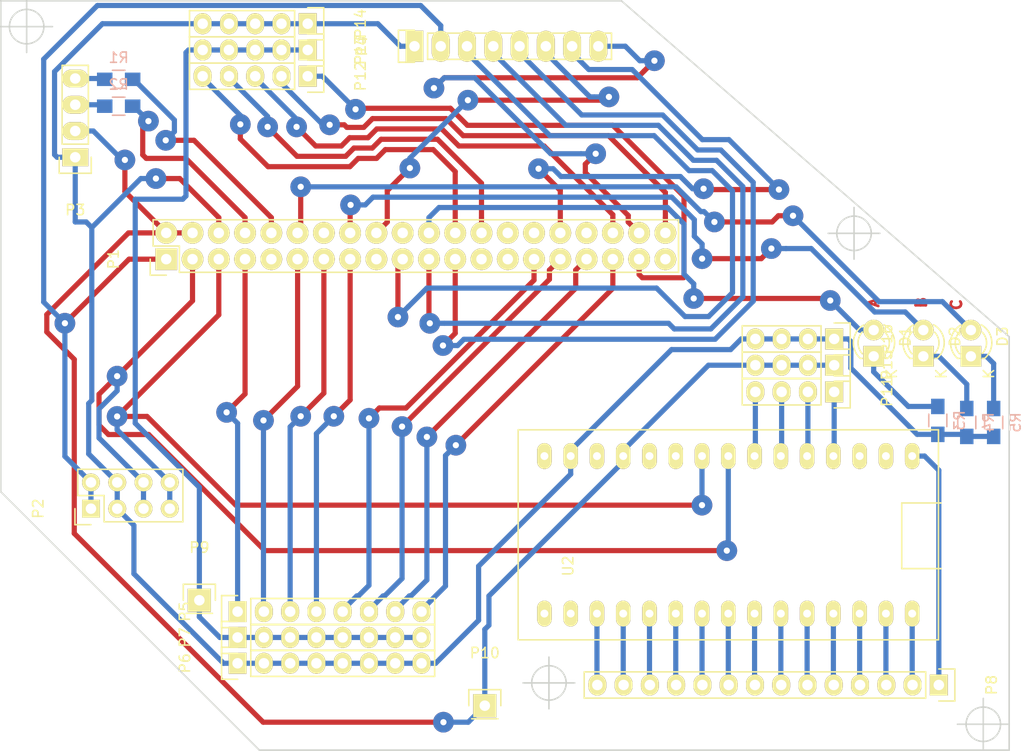
<source format=kicad_pcb>
(kicad_pcb (version 4) (host pcbnew 4.0.2-stable)

  (general
    (links 102)
    (no_connects 1)
    (area 129.924999 104.924999 227.575001 177.575001)
    (thickness 1.6)
    (drawings 14)
    (tracks 493)
    (zones 0)
    (modules 25)
    (nets 54)
  )

  (page A3)
  (title_block
    (date "15 nov 2012")
  )

  (layers
    (0 F.Cu signal)
    (31 B.Cu signal)
    (32 B.Adhes user)
    (33 F.Adhes user)
    (34 B.Paste user)
    (35 F.Paste user)
    (36 B.SilkS user)
    (37 F.SilkS user)
    (38 B.Mask user)
    (39 F.Mask user)
    (40 Dwgs.User user)
    (41 Cmts.User user)
    (42 Eco1.User user)
    (43 Eco2.User user)
    (44 Edge.Cuts user)
  )

  (setup
    (last_trace_width 0.2)
    (trace_clearance 0.2)
    (zone_clearance 0.508)
    (zone_45_only no)
    (trace_min 0.1524)
    (segment_width 0.2)
    (edge_width 0.15)
    (via_size 0.9)
    (via_drill 0.6)
    (via_min_size 0.8)
    (via_min_drill 0.5)
    (uvia_size 0.5)
    (uvia_drill 0.1)
    (uvias_allowed no)
    (uvia_min_size 0.5)
    (uvia_min_drill 0.1)
    (pcb_text_width 0.3)
    (pcb_text_size 1 1)
    (mod_edge_width 0.15)
    (mod_text_size 1 1)
    (mod_text_width 0.15)
    (pad_size 2.032 1.7272)
    (pad_drill 1.016)
    (pad_to_mask_clearance 0)
    (aux_axis_origin 143.5 181)
    (visible_elements 7FFFFFFF)
    (pcbplotparams
      (layerselection 0x00030_80000001)
      (usegerberextensions true)
      (excludeedgelayer true)
      (linewidth 0.150000)
      (plotframeref false)
      (viasonmask false)
      (mode 1)
      (useauxorigin false)
      (hpglpennumber 1)
      (hpglpenspeed 20)
      (hpglpendiameter 15)
      (hpglpenoverlay 2)
      (psnegative false)
      (psa4output false)
      (plotreference true)
      (plotvalue true)
      (plotinvisibletext false)
      (padsonsilk false)
      (subtractmaskfromsilk false)
      (outputformat 1)
      (mirror false)
      (drillshape 0)
      (scaleselection 1)
      (outputdirectory /home/admin/Документы/test/))
  )

  (net 0 "")
  (net 1 /TXD)
  (net 2 /RXD)
  (net 3 /3V3)
  (net 4 /GND)
  (net 5 /5V)
  (net 6 /SDA)
  (net 7 /SCL)
  (net 8 /RC0)
  (net 9 /RC1)
  (net 10 /RC2)
  (net 11 /RC3)
  (net 12 /INT)
  (net 13 /MOSI)
  (net 14 /MISO)
  (net 15 /SCLK)
  (net 16 /RC4)
  (net 17 /RC5)
  (net 18 /RC6)
  (net 19 /RC7)
  (net 20 /RXD5V)
  (net 21 /TXD5V)
  (net 22 /NSS2)
  (net 23 /NSS1)
  (net 24 /RAIL)
  (net 25 "Net-(P8-Pad1)")
  (net 26 "Net-(P8-Pad2)")
  (net 27 "Net-(P8-Pad3)")
  (net 28 "Net-(P8-Pad4)")
  (net 29 "Net-(P8-Pad5)")
  (net 30 "Net-(P8-Pad6)")
  (net 31 "Net-(P8-Pad7)")
  (net 32 "Net-(P8-Pad8)")
  (net 33 "Net-(P8-Pad10)")
  (net 34 /A0)
  (net 35 /A1)
  (net 36 /AUX4)
  (net 37 /AUX3)
  (net 38 /AUX2)
  (net 39 /AUX0)
  (net 40 /AUX1)
  (net 41 /A2)
  (net 42 /A3)
  (net 43 /STATUS_C)
  (net 44 /STATUS_B)
  (net 45 /STATUS_A)
  (net 46 "Net-(P8-Pad9)")
  (net 47 "Net-(P8-Pad11)")
  (net 48 "Net-(P8-Pad12)")
  (net 49 "Net-(P8-Pad13)")
  (net 50 "Net-(P8-Pad14)")
  (net 51 "Net-(D1-Pad1)")
  (net 52 "Net-(D2-Pad1)")
  (net 53 "Net-(D3-Pad1)")

  (net_class Default "This is the default net class."
    (clearance 0.2)
    (trace_width 0.2)
    (via_dia 0.9)
    (via_drill 0.6)
    (uvia_dia 0.5)
    (uvia_drill 0.1)
  )

  (net_class Power ""
    (clearance 0.2)
    (trace_width 0.5)
    (via_dia 1)
    (via_drill 0.7)
    (uvia_dia 0.5)
    (uvia_drill 0.1)
  )

  (net_class medium-track ""
    (clearance 0.5)
    (trace_width 0.4)
    (via_dia 1.1)
    (via_drill 0.6)
    (uvia_dia 0.5)
    (uvia_drill 0.1)
  )

  (net_class wide-track ""
    (clearance 0.5)
    (trace_width 0.5)
    (via_dia 2)
    (via_drill 0.6)
    (uvia_dia 0.9)
    (uvia_drill 0.5)
    (add_net /3V3)
    (add_net /5V)
    (add_net /A0)
    (add_net /A1)
    (add_net /A2)
    (add_net /A3)
    (add_net /AUX0)
    (add_net /AUX1)
    (add_net /AUX2)
    (add_net /AUX3)
    (add_net /AUX4)
    (add_net /GND)
    (add_net /INT)
    (add_net /MISO)
    (add_net /MOSI)
    (add_net /NSS1)
    (add_net /NSS2)
    (add_net /RAIL)
    (add_net /RC0)
    (add_net /RC1)
    (add_net /RC2)
    (add_net /RC3)
    (add_net /RC4)
    (add_net /RC5)
    (add_net /RC6)
    (add_net /RC7)
    (add_net /RXD)
    (add_net /RXD5V)
    (add_net /SCL)
    (add_net /SCLK)
    (add_net /SDA)
    (add_net /STATUS_A)
    (add_net /STATUS_B)
    (add_net /STATUS_C)
    (add_net /TXD)
    (add_net /TXD5V)
    (add_net "Net-(D1-Pad1)")
    (add_net "Net-(D2-Pad1)")
    (add_net "Net-(D3-Pad1)")
    (add_net "Net-(P8-Pad1)")
    (add_net "Net-(P8-Pad10)")
    (add_net "Net-(P8-Pad11)")
    (add_net "Net-(P8-Pad12)")
    (add_net "Net-(P8-Pad13)")
    (add_net "Net-(P8-Pad14)")
    (add_net "Net-(P8-Pad2)")
    (add_net "Net-(P8-Pad3)")
    (add_net "Net-(P8-Pad4)")
    (add_net "Net-(P8-Pad5)")
    (add_net "Net-(P8-Pad6)")
    (add_net "Net-(P8-Pad7)")
    (add_net "Net-(P8-Pad8)")
    (add_net "Net-(P8-Pad9)")
  )

  (module Pin_Headers:Pin_Header_Straight_1x08 (layer F.Cu) (tedit 0) (tstamp 575AC296)
    (at 152.9 164.1 90)
    (descr "Through hole pin header")
    (tags "pin header")
    (path /575B3AE0)
    (fp_text reference P5 (at 0 -5.1 90) (layer F.SilkS)
      (effects (font (size 1 1) (thickness 0.15)))
    )
    (fp_text value CONN_01X08 (at 0 -3.1 90) (layer F.Fab)
      (effects (font (size 1 1) (thickness 0.15)))
    )
    (fp_line (start -1.75 -1.75) (end -1.75 19.55) (layer F.CrtYd) (width 0.05))
    (fp_line (start 1.75 -1.75) (end 1.75 19.55) (layer F.CrtYd) (width 0.05))
    (fp_line (start -1.75 -1.75) (end 1.75 -1.75) (layer F.CrtYd) (width 0.05))
    (fp_line (start -1.75 19.55) (end 1.75 19.55) (layer F.CrtYd) (width 0.05))
    (fp_line (start 1.27 1.27) (end 1.27 19.05) (layer F.SilkS) (width 0.15))
    (fp_line (start 1.27 19.05) (end -1.27 19.05) (layer F.SilkS) (width 0.15))
    (fp_line (start -1.27 19.05) (end -1.27 1.27) (layer F.SilkS) (width 0.15))
    (fp_line (start 1.55 -1.55) (end 1.55 0) (layer F.SilkS) (width 0.15))
    (fp_line (start 1.27 1.27) (end -1.27 1.27) (layer F.SilkS) (width 0.15))
    (fp_line (start -1.55 0) (end -1.55 -1.55) (layer F.SilkS) (width 0.15))
    (fp_line (start -1.55 -1.55) (end 1.55 -1.55) (layer F.SilkS) (width 0.15))
    (pad 1 thru_hole rect (at 0 0 90) (size 2.032 1.7272) (drill 1.016) (layers *.Cu *.Mask F.SilkS)
      (net 8 /RC0))
    (pad 2 thru_hole oval (at 0 2.54 90) (size 2.032 1.7272) (drill 1.016) (layers *.Cu *.Mask F.SilkS)
      (net 9 /RC1))
    (pad 3 thru_hole oval (at 0 5.08 90) (size 2.032 1.7272) (drill 1.016) (layers *.Cu *.Mask F.SilkS)
      (net 10 /RC2))
    (pad 4 thru_hole oval (at 0 7.62 90) (size 2.032 1.7272) (drill 1.016) (layers *.Cu *.Mask F.SilkS)
      (net 11 /RC3))
    (pad 5 thru_hole oval (at 0 10.16 90) (size 2.032 1.7272) (drill 1.016) (layers *.Cu *.Mask F.SilkS)
      (net 16 /RC4))
    (pad 6 thru_hole oval (at 0 12.7 90) (size 2.032 1.7272) (drill 1.016) (layers *.Cu *.Mask F.SilkS)
      (net 17 /RC5))
    (pad 7 thru_hole oval (at 0 15.24 90) (size 2.032 1.7272) (drill 1.016) (layers *.Cu *.Mask F.SilkS)
      (net 18 /RC6))
    (pad 8 thru_hole oval (at 0 17.78 90) (size 2.032 1.7272) (drill 1.016) (layers *.Cu *.Mask F.SilkS)
      (net 19 /RC7))
    (model Pin_Headers.3dshapes/Pin_Header_Straight_1x08.wrl
      (at (xyz 0 -0.35 0))
      (scale (xyz 1 1 1))
      (rotate (xyz 0 0 90))
    )
  )

  (module Pin_Headers:Pin_Header_Straight_1x04 (layer F.Cu) (tedit 575D3E9B) (tstamp 575CCC06)
    (at 137.2 120.14 180)
    (descr "Through hole pin header")
    (tags "pin header")
    (path /575AC08B)
    (fp_text reference P3 (at 0 -5.1 180) (layer F.SilkS)
      (effects (font (size 1 1) (thickness 0.15)))
    )
    (fp_text value CONN_01X04 (at 0 -3.1 180) (layer F.Fab)
      (effects (font (size 1 1) (thickness 0.15)))
    )
    (fp_line (start -1.75 -1.75) (end -1.75 9.4) (layer F.CrtYd) (width 0.05))
    (fp_line (start 1.75 -1.75) (end 1.75 9.4) (layer F.CrtYd) (width 0.05))
    (fp_line (start -1.75 -1.75) (end 1.75 -1.75) (layer F.CrtYd) (width 0.05))
    (fp_line (start -1.75 9.4) (end 1.75 9.4) (layer F.CrtYd) (width 0.05))
    (fp_line (start -1.27 1.27) (end -1.27 8.89) (layer F.SilkS) (width 0.15))
    (fp_line (start 1.27 1.27) (end 1.27 8.89) (layer F.SilkS) (width 0.15))
    (fp_line (start 1.55 -1.55) (end 1.55 0) (layer F.SilkS) (width 0.15))
    (fp_line (start -1.27 8.89) (end 1.27 8.89) (layer F.SilkS) (width 0.15))
    (fp_line (start 1.27 1.27) (end -1.27 1.27) (layer F.SilkS) (width 0.15))
    (fp_line (start -1.55 0) (end -1.55 -1.55) (layer F.SilkS) (width 0.15))
    (fp_line (start -1.55 -1.55) (end 1.55 -1.55) (layer F.SilkS) (width 0.15))
    (pad 1 thru_hole rect (at 0 0 180) (size 2.5 1.7272) (drill 1.016) (layers *.Cu *.Mask F.SilkS)
      (net 4 /GND))
    (pad 2 thru_hole oval (at 0 2.54 180) (size 2.5 1.7272) (drill 1.016) (layers *.Cu *.Mask F.SilkS)
      (net 5 /5V))
    (pad 3 thru_hole oval (at 0 5.08 180) (size 2.5 1.7272) (drill 1.016) (layers *.Cu *.Mask F.SilkS)
      (net 21 /TXD5V))
    (pad 4 thru_hole oval (at 0 7.62 180) (size 2.5 1.7272) (drill 1.016) (layers *.Cu *.Mask F.SilkS)
      (net 20 /RXD5V))
    (model Pin_Headers.3dshapes/Pin_Header_Straight_1x04.wrl
      (at (xyz 0 -0.15 0))
      (scale (xyz 1 1 1))
      (rotate (xyz 0 0 90))
    )
  )

  (module Pin_Headers:Pin_Header_Straight_1x08 (layer F.Cu) (tedit 575D3E4D) (tstamp 575ABDF5)
    (at 170 109.4 90)
    (descr "Through hole pin header")
    (tags "pin header")
    (path /575B0D05)
    (fp_text reference P4 (at 0 -5.1 90) (layer F.SilkS)
      (effects (font (size 1 1) (thickness 0.15)))
    )
    (fp_text value CONN_01X08 (at 0 -3.1 90) (layer F.Fab)
      (effects (font (size 1 1) (thickness 0.15)))
    )
    (fp_line (start -1.75 -1.75) (end -1.75 19.55) (layer F.CrtYd) (width 0.05))
    (fp_line (start 1.75 -1.75) (end 1.75 19.55) (layer F.CrtYd) (width 0.05))
    (fp_line (start -1.75 -1.75) (end 1.75 -1.75) (layer F.CrtYd) (width 0.05))
    (fp_line (start -1.75 19.55) (end 1.75 19.55) (layer F.CrtYd) (width 0.05))
    (fp_line (start 1.27 1.27) (end 1.27 19.05) (layer F.SilkS) (width 0.15))
    (fp_line (start 1.27 19.05) (end -1.27 19.05) (layer F.SilkS) (width 0.15))
    (fp_line (start -1.27 19.05) (end -1.27 1.27) (layer F.SilkS) (width 0.15))
    (fp_line (start 1.55 -1.55) (end 1.55 0) (layer F.SilkS) (width 0.15))
    (fp_line (start 1.27 1.27) (end -1.27 1.27) (layer F.SilkS) (width 0.15))
    (fp_line (start -1.55 0) (end -1.55 -1.55) (layer F.SilkS) (width 0.15))
    (fp_line (start -1.55 -1.55) (end 1.55 -1.55) (layer F.SilkS) (width 0.15))
    (pad 1 thru_hole rect (at 0 0 90) (size 3 1.7272) (drill 1.016) (layers *.Cu *.Mask F.SilkS)
      (net 4 /GND))
    (pad 2 thru_hole oval (at 0 2.54 90) (size 3 1.7272) (drill 1.016) (layers *.Cu *.Mask F.SilkS)
      (net 3 /3V3))
    (pad 3 thru_hole oval (at 0 5.08 90) (size 3 1.7272) (drill 1.016) (layers *.Cu *.Mask F.SilkS)
      (net 13 /MOSI))
    (pad 4 thru_hole oval (at 0 7.62 90) (size 3 1.7272) (drill 1.016) (layers *.Cu *.Mask F.SilkS)
      (net 14 /MISO))
    (pad 5 thru_hole oval (at 0 10.16 90) (size 3 1.7272) (drill 1.016) (layers *.Cu *.Mask F.SilkS)
      (net 15 /SCLK))
    (pad 6 thru_hole oval (at 0 12.7 90) (size 3 1.7272) (drill 1.016) (layers *.Cu *.Mask F.SilkS)
      (net 12 /INT))
    (pad 7 thru_hole oval (at 0 15.24 90) (size 3 1.7272) (drill 1.016) (layers *.Cu *.Mask F.SilkS)
      (net 23 /NSS1))
    (pad 8 thru_hole oval (at 0 17.78 90) (size 3 1.7272) (drill 1.016) (layers *.Cu *.Mask F.SilkS)
      (net 22 /NSS2))
    (model Pin_Headers.3dshapes/Pin_Header_Straight_1x08.wrl
      (at (xyz 0 -0.35 0))
      (scale (xyz 1 1 1))
      (rotate (xyz 0 0 90))
    )
  )

  (module Pin_Headers:Pin_Header_Straight_2x20 (layer F.Cu) (tedit 575D3DF6) (tstamp 575AB371)
    (at 146 130 90)
    (descr "Through hole pin header")
    (tags "pin header")
    (path /575AB297)
    (fp_text reference P1 (at 0 -5.1 90) (layer F.SilkS)
      (effects (font (size 1 1) (thickness 0.15)))
    )
    (fp_text value CONN_02X20 (at 0 -3.1 90) (layer F.Fab)
      (effects (font (size 1 1) (thickness 0.15)))
    )
    (fp_line (start -1.75 -1.75) (end -1.75 50.05) (layer F.CrtYd) (width 0.05))
    (fp_line (start 4.3 -1.75) (end 4.3 50.05) (layer F.CrtYd) (width 0.05))
    (fp_line (start -1.75 -1.75) (end 4.3 -1.75) (layer F.CrtYd) (width 0.05))
    (fp_line (start -1.75 50.05) (end 4.3 50.05) (layer F.CrtYd) (width 0.05))
    (fp_line (start 3.81 49.53) (end 3.81 -1.27) (layer F.SilkS) (width 0.15))
    (fp_line (start -1.27 1.27) (end -1.27 49.53) (layer F.SilkS) (width 0.15))
    (fp_line (start 3.81 49.53) (end -1.27 49.53) (layer F.SilkS) (width 0.15))
    (fp_line (start 3.81 -1.27) (end 1.27 -1.27) (layer F.SilkS) (width 0.15))
    (fp_line (start 0 -1.55) (end -1.55 -1.55) (layer F.SilkS) (width 0.15))
    (fp_line (start 1.27 -1.27) (end 1.27 1.27) (layer F.SilkS) (width 0.15))
    (fp_line (start 1.27 1.27) (end -1.27 1.27) (layer F.SilkS) (width 0.15))
    (fp_line (start -1.55 -1.55) (end -1.55 0) (layer F.SilkS) (width 0.15))
    (pad 1 thru_hole rect (at 0 0 90) (size 2.1 2.1) (drill 1.016) (layers *.Cu *.Mask F.SilkS)
      (net 3 /3V3))
    (pad 2 thru_hole oval (at 2.54 0 90) (size 2.1 2.1) (drill 1.016) (layers *.Cu *.Mask F.SilkS)
      (net 5 /5V))
    (pad 3 thru_hole oval (at 0 2.54 90) (size 2.1 2.1) (drill 1.016) (layers *.Cu *.Mask F.SilkS)
      (net 6 /SDA))
    (pad 4 thru_hole oval (at 2.54 2.54 90) (size 2.1 2.1) (drill 1.016) (layers *.Cu *.Mask F.SilkS)
      (net 5 /5V))
    (pad 5 thru_hole oval (at 0 5.08 90) (size 2.1 2.1) (drill 1.016) (layers *.Cu *.Mask F.SilkS)
      (net 7 /SCL))
    (pad 6 thru_hole oval (at 2.54 5.08 90) (size 2.1 2.1) (drill 1.016) (layers *.Cu *.Mask F.SilkS)
      (net 4 /GND))
    (pad 7 thru_hole oval (at 0 7.62 90) (size 2.1 2.1) (drill 1.016) (layers *.Cu *.Mask F.SilkS)
      (net 8 /RC0))
    (pad 8 thru_hole oval (at 2.54 7.62 90) (size 2.1 2.1) (drill 1.016) (layers *.Cu *.Mask F.SilkS)
      (net 1 /TXD))
    (pad 9 thru_hole oval (at 0 10.16 90) (size 2.1 2.1) (drill 1.016) (layers *.Cu *.Mask F.SilkS))
    (pad 10 thru_hole oval (at 2.54 10.16 90) (size 2.1 2.1) (drill 1.016) (layers *.Cu *.Mask F.SilkS)
      (net 2 /RXD))
    (pad 11 thru_hole oval (at 0 12.7 90) (size 2.1 2.1) (drill 1.016) (layers *.Cu *.Mask F.SilkS)
      (net 9 /RC1))
    (pad 12 thru_hole oval (at 2.54 12.7 90) (size 2.1 2.1) (drill 1.016) (layers *.Cu *.Mask F.SilkS)
      (net 43 /STATUS_C))
    (pad 13 thru_hole oval (at 0 15.24 90) (size 2.1 2.1) (drill 1.016) (layers *.Cu *.Mask F.SilkS)
      (net 10 /RC2))
    (pad 14 thru_hole oval (at 2.54 15.24 90) (size 2.1 2.1) (drill 1.016) (layers *.Cu *.Mask F.SilkS))
    (pad 15 thru_hole oval (at 0 17.78 90) (size 2.1 2.1) (drill 1.016) (layers *.Cu *.Mask F.SilkS)
      (net 11 /RC3))
    (pad 16 thru_hole oval (at 2.54 17.78 90) (size 2.1 2.1) (drill 1.016) (layers *.Cu *.Mask F.SilkS)
      (net 44 /STATUS_B))
    (pad 17 thru_hole oval (at 0 20.32 90) (size 2.1 2.1) (drill 1.016) (layers *.Cu *.Mask F.SilkS))
    (pad 18 thru_hole oval (at 2.54 20.32 90) (size 2.1 2.1) (drill 1.016) (layers *.Cu *.Mask F.SilkS)
      (net 12 /INT))
    (pad 19 thru_hole oval (at 0 22.86 90) (size 2.1 2.1) (drill 1.016) (layers *.Cu *.Mask F.SilkS)
      (net 13 /MOSI))
    (pad 20 thru_hole oval (at 2.54 22.86 90) (size 2.1 2.1) (drill 1.016) (layers *.Cu *.Mask F.SilkS))
    (pad 21 thru_hole oval (at 0 25.4 90) (size 2.1 2.1) (drill 1.016) (layers *.Cu *.Mask F.SilkS)
      (net 14 /MISO))
    (pad 22 thru_hole oval (at 2.54 25.4 90) (size 2.1 2.1) (drill 1.016) (layers *.Cu *.Mask F.SilkS)
      (net 45 /STATUS_A))
    (pad 23 thru_hole oval (at 0 27.94 90) (size 2.1 2.1) (drill 1.016) (layers *.Cu *.Mask F.SilkS)
      (net 15 /SCLK))
    (pad 24 thru_hole oval (at 2.54 27.94 90) (size 2.1 2.1) (drill 1.016) (layers *.Cu *.Mask F.SilkS)
      (net 36 /AUX4))
    (pad 25 thru_hole oval (at 0 30.48 90) (size 2.1 2.1) (drill 1.016) (layers *.Cu *.Mask F.SilkS))
    (pad 26 thru_hole oval (at 2.54 30.48 90) (size 2.1 2.1) (drill 1.016) (layers *.Cu *.Mask F.SilkS)
      (net 37 /AUX3))
    (pad 27 thru_hole oval (at 0 33.02 90) (size 2.1 2.1) (drill 1.016) (layers *.Cu *.Mask F.SilkS))
    (pad 28 thru_hole oval (at 2.54 33.02 90) (size 2.1 2.1) (drill 1.016) (layers *.Cu *.Mask F.SilkS))
    (pad 29 thru_hole oval (at 0 35.56 90) (size 2.1 2.1) (drill 1.016) (layers *.Cu *.Mask F.SilkS)
      (net 16 /RC4))
    (pad 30 thru_hole oval (at 2.54 35.56 90) (size 2.1 2.1) (drill 1.016) (layers *.Cu *.Mask F.SilkS))
    (pad 31 thru_hole oval (at 0 38.1 90) (size 2.1 2.1) (drill 1.016) (layers *.Cu *.Mask F.SilkS)
      (net 17 /RC5))
    (pad 32 thru_hole oval (at 2.54 38.1 90) (size 2.1 2.1) (drill 1.016) (layers *.Cu *.Mask F.SilkS)
      (net 23 /NSS1))
    (pad 33 thru_hole oval (at 0 40.64 90) (size 2.1 2.1) (drill 1.016) (layers *.Cu *.Mask F.SilkS)
      (net 18 /RC6))
    (pad 34 thru_hole oval (at 2.54 40.64 90) (size 2.1 2.1) (drill 1.016) (layers *.Cu *.Mask F.SilkS))
    (pad 35 thru_hole oval (at 0 43.18 90) (size 2.1 2.1) (drill 1.016) (layers *.Cu *.Mask F.SilkS)
      (net 19 /RC7))
    (pad 36 thru_hole oval (at 2.54 43.18 90) (size 2.1 2.1) (drill 1.016) (layers *.Cu *.Mask F.SilkS)
      (net 38 /AUX2))
    (pad 37 thru_hole oval (at 0 45.72 90) (size 2.1 2.1) (drill 1.016) (layers *.Cu *.Mask F.SilkS)
      (net 39 /AUX0))
    (pad 38 thru_hole oval (at 2.54 45.72 90) (size 2.1 2.1) (drill 1.016) (layers *.Cu *.Mask F.SilkS)
      (net 22 /NSS2))
    (pad 39 thru_hole oval (at 0 48.26 90) (size 2.1 2.1) (drill 1.016) (layers *.Cu *.Mask F.SilkS))
    (pad 40 thru_hole oval (at 2.54 48.26 90) (size 2.1 2.1) (drill 1.016) (layers *.Cu *.Mask F.SilkS)
      (net 40 /AUX1))
  )

  (module arduino:arduino_nano (layer F.Cu) (tedit 575BC7CB) (tstamp 575BD01A)
    (at 200.6 157.4 90)
    (path /575BCB18)
    (fp_text reference U2 (at -2.286 -15.748 270) (layer F.SilkS)
      (effects (font (size 1 1) (thickness 0.15)))
    )
    (fp_text value Arduino_Nano (at 0.635 -18.034 270) (layer F.Fab)
      (effects (font (size 1 1) (thickness 0.15)))
    )
    (fp_line (start 3.81 16.51) (end 3.81 20.32) (layer F.SilkS) (width 0.15))
    (fp_line (start -2.54 16.51) (end 3.81 16.51) (layer F.SilkS) (width 0.15))
    (fp_line (start -2.54 20.32) (end -2.54 16.51) (layer F.SilkS) (width 0.15))
    (fp_line (start -9.431541 -20.576283) (end 10.888459 -20.576283) (layer F.SilkS) (width 0.15))
    (fp_line (start 10.888459 -20.576283) (end 10.888459 20.063717) (layer F.SilkS) (width 0.15))
    (fp_line (start 10.888459 20.063717) (end -9.431541 20.063717) (layer F.SilkS) (width 0.15))
    (fp_line (start -9.431541 20.063717) (end -9.431541 -20.576283) (layer F.SilkS) (width 0.15))
    (pad 29 thru_hole oval (at -6.891541 17.523717 180) (size 1.4 2.5) (drill 0.762) (layers *.Cu *.Mask F.SilkS)
      (net 26 "Net-(P8-Pad2)"))
    (pad 27 thru_hole oval (at -6.891541 14.983717 180) (size 1.4 2.5) (drill 0.762) (layers *.Cu *.Mask F.SilkS)
      (net 27 "Net-(P8-Pad3)"))
    (pad 25 thru_hole oval (at -6.891541 12.443717 180) (size 1.4 2.5) (drill 0.762) (layers *.Cu *.Mask F.SilkS)
      (net 28 "Net-(P8-Pad4)"))
    (pad 23 thru_hole oval (at -6.891541 9.903717 180) (size 1.4 2.5) (drill 0.762) (layers *.Cu *.Mask F.SilkS)
      (net 29 "Net-(P8-Pad5)"))
    (pad 21 thru_hole oval (at -6.891541 7.363717 180) (size 1.4 2.5) (drill 0.762) (layers *.Cu *.Mask F.SilkS)
      (net 30 "Net-(P8-Pad6)"))
    (pad 19 thru_hole oval (at -6.891541 4.823717 180) (size 1.4 2.5) (drill 0.762) (layers *.Cu *.Mask F.SilkS)
      (net 31 "Net-(P8-Pad7)"))
    (pad 17 thru_hole oval (at -6.891541 2.283717 180) (size 1.4 2.5) (drill 0.762) (layers *.Cu *.Mask F.SilkS)
      (net 32 "Net-(P8-Pad8)"))
    (pad 15 thru_hole oval (at -6.891541 -0.256283 180) (size 1.4 2.5) (drill 0.762) (layers *.Cu *.Mask F.SilkS)
      (net 46 "Net-(P8-Pad9)"))
    (pad 13 thru_hole oval (at -6.891541 -2.796283 180) (size 1.4 2.5) (drill 0.762) (layers *.Cu *.Mask F.SilkS)
      (net 33 "Net-(P8-Pad10)"))
    (pad 11 thru_hole oval (at -6.891541 -5.336283 180) (size 1.4 2.5) (drill 0.762) (layers *.Cu *.Mask F.SilkS)
      (net 47 "Net-(P8-Pad11)"))
    (pad 30 thru_hole oval (at 8.348459 17.523717 180) (size 1.4 2.5) (drill 0.762) (layers *.Cu *.Mask F.SilkS)
      (net 25 "Net-(P8-Pad1)"))
    (pad 28 thru_hole oval (at 8.348459 14.983717 180) (size 1.4 2.5) (drill 0.762) (layers *.Cu *.Mask F.SilkS))
    (pad 26 thru_hole oval (at 8.348459 12.443717 180) (size 1.4 2.5) (drill 0.762) (layers *.Cu *.Mask F.SilkS))
    (pad 24 thru_hole oval (at 8.348459 9.903717 180) (size 1.4 2.5) (drill 0.762) (layers *.Cu *.Mask F.SilkS)
      (net 34 /A0))
    (pad 22 thru_hole oval (at 8.348459 7.363717 180) (size 1.4 2.5) (drill 0.762) (layers *.Cu *.Mask F.SilkS)
      (net 35 /A1))
    (pad 20 thru_hole oval (at 8.348459 4.823717 180) (size 1.4 2.5) (drill 0.762) (layers *.Cu *.Mask F.SilkS)
      (net 41 /A2))
    (pad 18 thru_hole oval (at 8.348459 2.283717 180) (size 1.4 2.5) (drill 0.762) (layers *.Cu *.Mask F.SilkS)
      (net 42 /A3))
    (pad 16 thru_hole oval (at 8.348459 -0.256283 180) (size 1.4 2.5) (drill 0.762) (layers *.Cu *.Mask F.SilkS)
      (net 6 /SDA))
    (pad 14 thru_hole oval (at 8.348459 -2.796283 180) (size 1.4 2.5) (drill 0.762) (layers *.Cu *.Mask F.SilkS)
      (net 7 /SCL))
    (pad 12 thru_hole oval (at 8.348459 -5.336283 180) (size 1.4 2.5) (drill 0.762) (layers *.Cu *.Mask F.SilkS))
    (pad 10 thru_hole oval (at 8.348459 -7.876283 180) (size 1.4 2.5) (drill 0.762) (layers *.Cu *.Mask F.SilkS))
    (pad 8 thru_hole oval (at 8.348459 -10.416283 180) (size 1.4 2.5) (drill 0.762) (layers *.Cu *.Mask F.SilkS)
      (net 5 /5V))
    (pad 6 thru_hole oval (at 8.348459 -12.956283 180) (size 1.4 2.5) (drill 0.762) (layers *.Cu *.Mask F.SilkS))
    (pad 4 thru_hole oval (at 8.348459 -15.496283 180) (size 1.4 2.5) (drill 0.762) (layers *.Cu *.Mask F.SilkS)
      (net 4 /GND))
    (pad 2 thru_hole oval (at 8.348459 -18.036283 180) (size 1.4 2.5) (drill 0.762) (layers *.Cu *.Mask F.SilkS))
    (pad 1 thru_hole oval (at -6.891541 -18.036283 180) (size 1.4 2.5) (drill 0.762) (layers *.Cu *.Mask F.SilkS))
    (pad 3 thru_hole oval (at -6.891541 -15.496283 180) (size 1.4 2.5) (drill 0.762) (layers *.Cu *.Mask F.SilkS))
    (pad 5 thru_hole oval (at -6.891541 -12.956283 180) (size 1.4 2.5) (drill 0.762) (layers *.Cu *.Mask F.SilkS)
      (net 50 "Net-(P8-Pad14)"))
    (pad 7 thru_hole oval (at -6.891541 -10.416283 180) (size 1.4 2.5) (drill 0.762) (layers *.Cu *.Mask F.SilkS)
      (net 49 "Net-(P8-Pad13)"))
    (pad 9 thru_hole oval (at -6.891541 -7.876283 180) (size 1.4 2.5) (drill 0.762) (layers *.Cu *.Mask F.SilkS)
      (net 48 "Net-(P8-Pad12)"))
  )

  (module Pin_Headers:Pin_Header_Straight_2x04 (layer F.Cu) (tedit 0) (tstamp 575ABA69)
    (at 138.72 154.14 90)
    (descr "Through hole pin header")
    (tags "pin header")
    (path /575ABB32)
    (fp_text reference P2 (at 0 -5.1 90) (layer F.SilkS)
      (effects (font (size 1 1) (thickness 0.15)))
    )
    (fp_text value CONN_02X04 (at 0 -3.1 90) (layer F.Fab)
      (effects (font (size 1 1) (thickness 0.15)))
    )
    (fp_line (start -1.75 -1.75) (end -1.75 9.4) (layer F.CrtYd) (width 0.05))
    (fp_line (start 4.3 -1.75) (end 4.3 9.4) (layer F.CrtYd) (width 0.05))
    (fp_line (start -1.75 -1.75) (end 4.3 -1.75) (layer F.CrtYd) (width 0.05))
    (fp_line (start -1.75 9.4) (end 4.3 9.4) (layer F.CrtYd) (width 0.05))
    (fp_line (start -1.27 1.27) (end -1.27 8.89) (layer F.SilkS) (width 0.15))
    (fp_line (start -1.27 8.89) (end 3.81 8.89) (layer F.SilkS) (width 0.15))
    (fp_line (start 3.81 8.89) (end 3.81 -1.27) (layer F.SilkS) (width 0.15))
    (fp_line (start 3.81 -1.27) (end 1.27 -1.27) (layer F.SilkS) (width 0.15))
    (fp_line (start 0 -1.55) (end -1.55 -1.55) (layer F.SilkS) (width 0.15))
    (fp_line (start 1.27 -1.27) (end 1.27 1.27) (layer F.SilkS) (width 0.15))
    (fp_line (start 1.27 1.27) (end -1.27 1.27) (layer F.SilkS) (width 0.15))
    (fp_line (start -1.55 -1.55) (end -1.55 0) (layer F.SilkS) (width 0.15))
    (pad 1 thru_hole rect (at 0 0 90) (size 1.7272 1.7272) (drill 1.016) (layers *.Cu *.Mask F.SilkS)
      (net 3 /3V3))
    (pad 2 thru_hole oval (at 2.54 0 90) (size 1.7272 1.7272) (drill 1.016) (layers *.Cu *.Mask F.SilkS)
      (net 3 /3V3))
    (pad 3 thru_hole oval (at 0 2.54 90) (size 1.7272 1.7272) (drill 1.016) (layers *.Cu *.Mask F.SilkS)
      (net 4 /GND))
    (pad 4 thru_hole oval (at 2.54 2.54 90) (size 1.7272 1.7272) (drill 1.016) (layers *.Cu *.Mask F.SilkS)
      (net 4 /GND))
    (pad 5 thru_hole oval (at 0 5.08 90) (size 1.7272 1.7272) (drill 1.016) (layers *.Cu *.Mask F.SilkS)
      (net 6 /SDA))
    (pad 6 thru_hole oval (at 2.54 5.08 90) (size 1.7272 1.7272) (drill 1.016) (layers *.Cu *.Mask F.SilkS)
      (net 6 /SDA))
    (pad 7 thru_hole oval (at 0 7.62 90) (size 1.7272 1.7272) (drill 1.016) (layers *.Cu *.Mask F.SilkS)
      (net 7 /SCL))
    (pad 8 thru_hole oval (at 2.54 7.62 90) (size 1.7272 1.7272) (drill 1.016) (layers *.Cu *.Mask F.SilkS)
      (net 7 /SCL))
    (model Pin_Headers.3dshapes/Pin_Header_Straight_2x04.wrl
      (at (xyz 0.05 -0.15 0))
      (scale (xyz 1 1 1))
      (rotate (xyz 0 0 90))
    )
  )

  (module Pin_Headers:Pin_Header_Straight_1x08 (layer F.Cu) (tedit 0) (tstamp 575AC2A2)
    (at 152.9 169.1 90)
    (descr "Through hole pin header")
    (tags "pin header")
    (path /575B3BEC)
    (fp_text reference P6 (at 0 -5.1 90) (layer F.SilkS)
      (effects (font (size 1 1) (thickness 0.15)))
    )
    (fp_text value CONN_01X08 (at 0 -3.1 90) (layer F.Fab)
      (effects (font (size 1 1) (thickness 0.15)))
    )
    (fp_line (start -1.75 -1.75) (end -1.75 19.55) (layer F.CrtYd) (width 0.05))
    (fp_line (start 1.75 -1.75) (end 1.75 19.55) (layer F.CrtYd) (width 0.05))
    (fp_line (start -1.75 -1.75) (end 1.75 -1.75) (layer F.CrtYd) (width 0.05))
    (fp_line (start -1.75 19.55) (end 1.75 19.55) (layer F.CrtYd) (width 0.05))
    (fp_line (start 1.27 1.27) (end 1.27 19.05) (layer F.SilkS) (width 0.15))
    (fp_line (start 1.27 19.05) (end -1.27 19.05) (layer F.SilkS) (width 0.15))
    (fp_line (start -1.27 19.05) (end -1.27 1.27) (layer F.SilkS) (width 0.15))
    (fp_line (start 1.55 -1.55) (end 1.55 0) (layer F.SilkS) (width 0.15))
    (fp_line (start 1.27 1.27) (end -1.27 1.27) (layer F.SilkS) (width 0.15))
    (fp_line (start -1.55 0) (end -1.55 -1.55) (layer F.SilkS) (width 0.15))
    (fp_line (start -1.55 -1.55) (end 1.55 -1.55) (layer F.SilkS) (width 0.15))
    (pad 1 thru_hole rect (at 0 0 90) (size 2.032 1.7272) (drill 1.016) (layers *.Cu *.Mask F.SilkS)
      (net 4 /GND))
    (pad 2 thru_hole oval (at 0 2.54 90) (size 2.032 1.7272) (drill 1.016) (layers *.Cu *.Mask F.SilkS)
      (net 4 /GND))
    (pad 3 thru_hole oval (at 0 5.08 90) (size 2.032 1.7272) (drill 1.016) (layers *.Cu *.Mask F.SilkS)
      (net 4 /GND))
    (pad 4 thru_hole oval (at 0 7.62 90) (size 2.032 1.7272) (drill 1.016) (layers *.Cu *.Mask F.SilkS)
      (net 4 /GND))
    (pad 5 thru_hole oval (at 0 10.16 90) (size 2.032 1.7272) (drill 1.016) (layers *.Cu *.Mask F.SilkS)
      (net 4 /GND))
    (pad 6 thru_hole oval (at 0 12.7 90) (size 2.032 1.7272) (drill 1.016) (layers *.Cu *.Mask F.SilkS)
      (net 4 /GND))
    (pad 7 thru_hole oval (at 0 15.24 90) (size 2.032 1.7272) (drill 1.016) (layers *.Cu *.Mask F.SilkS)
      (net 4 /GND))
    (pad 8 thru_hole oval (at 0 17.78 90) (size 2.032 1.7272) (drill 1.016) (layers *.Cu *.Mask F.SilkS)
      (net 4 /GND))
    (model Pin_Headers.3dshapes/Pin_Header_Straight_1x08.wrl
      (at (xyz 0 -0.35 0))
      (scale (xyz 1 1 1))
      (rotate (xyz 0 0 90))
    )
  )

  (module Pin_Headers:Pin_Header_Straight_1x08 (layer F.Cu) (tedit 0) (tstamp 575AC2AE)
    (at 152.9 166.6 90)
    (descr "Through hole pin header")
    (tags "pin header")
    (path /575B3E19)
    (fp_text reference P7 (at 0 -5.1 90) (layer F.SilkS)
      (effects (font (size 1 1) (thickness 0.15)))
    )
    (fp_text value CONN_01X08 (at 0 -3.1 90) (layer F.Fab)
      (effects (font (size 1 1) (thickness 0.15)))
    )
    (fp_line (start -1.75 -1.75) (end -1.75 19.55) (layer F.CrtYd) (width 0.05))
    (fp_line (start 1.75 -1.75) (end 1.75 19.55) (layer F.CrtYd) (width 0.05))
    (fp_line (start -1.75 -1.75) (end 1.75 -1.75) (layer F.CrtYd) (width 0.05))
    (fp_line (start -1.75 19.55) (end 1.75 19.55) (layer F.CrtYd) (width 0.05))
    (fp_line (start 1.27 1.27) (end 1.27 19.05) (layer F.SilkS) (width 0.15))
    (fp_line (start 1.27 19.05) (end -1.27 19.05) (layer F.SilkS) (width 0.15))
    (fp_line (start -1.27 19.05) (end -1.27 1.27) (layer F.SilkS) (width 0.15))
    (fp_line (start 1.55 -1.55) (end 1.55 0) (layer F.SilkS) (width 0.15))
    (fp_line (start 1.27 1.27) (end -1.27 1.27) (layer F.SilkS) (width 0.15))
    (fp_line (start -1.55 0) (end -1.55 -1.55) (layer F.SilkS) (width 0.15))
    (fp_line (start -1.55 -1.55) (end 1.55 -1.55) (layer F.SilkS) (width 0.15))
    (pad 1 thru_hole rect (at 0 0 90) (size 2.032 1.7272) (drill 1.016) (layers *.Cu *.Mask F.SilkS)
      (net 24 /RAIL))
    (pad 2 thru_hole oval (at 0 2.54 90) (size 2.032 1.7272) (drill 1.016) (layers *.Cu *.Mask F.SilkS)
      (net 24 /RAIL))
    (pad 3 thru_hole oval (at 0 5.08 90) (size 2.032 1.7272) (drill 1.016) (layers *.Cu *.Mask F.SilkS)
      (net 24 /RAIL))
    (pad 4 thru_hole oval (at 0 7.62 90) (size 2.032 1.7272) (drill 1.016) (layers *.Cu *.Mask F.SilkS)
      (net 24 /RAIL))
    (pad 5 thru_hole oval (at 0 10.16 90) (size 2.032 1.7272) (drill 1.016) (layers *.Cu *.Mask F.SilkS)
      (net 24 /RAIL))
    (pad 6 thru_hole oval (at 0 12.7 90) (size 2.032 1.7272) (drill 1.016) (layers *.Cu *.Mask F.SilkS)
      (net 24 /RAIL))
    (pad 7 thru_hole oval (at 0 15.24 90) (size 2.032 1.7272) (drill 1.016) (layers *.Cu *.Mask F.SilkS)
      (net 24 /RAIL))
    (pad 8 thru_hole oval (at 0 17.78 90) (size 2.032 1.7272) (drill 1.016) (layers *.Cu *.Mask F.SilkS)
      (net 24 /RAIL))
    (model Pin_Headers.3dshapes/Pin_Header_Straight_1x08.wrl
      (at (xyz 0 -0.35 0))
      (scale (xyz 1 1 1))
      (rotate (xyz 0 0 90))
    )
  )

  (module Pin_Headers:Pin_Header_Straight_1x01 (layer F.Cu) (tedit 54EA08DC) (tstamp 575CC86F)
    (at 149.2 163)
    (descr "Through hole pin header")
    (tags "pin header")
    (path /575C0076)
    (fp_text reference P9 (at 0 -5.1) (layer F.SilkS)
      (effects (font (size 1 1) (thickness 0.15)))
    )
    (fp_text value CONN_01X01 (at 0 -3.1) (layer F.Fab)
      (effects (font (size 1 1) (thickness 0.15)))
    )
    (fp_line (start 1.55 -1.55) (end 1.55 0) (layer F.SilkS) (width 0.15))
    (fp_line (start -1.75 -1.75) (end -1.75 1.75) (layer F.CrtYd) (width 0.05))
    (fp_line (start 1.75 -1.75) (end 1.75 1.75) (layer F.CrtYd) (width 0.05))
    (fp_line (start -1.75 -1.75) (end 1.75 -1.75) (layer F.CrtYd) (width 0.05))
    (fp_line (start -1.75 1.75) (end 1.75 1.75) (layer F.CrtYd) (width 0.05))
    (fp_line (start -1.55 0) (end -1.55 -1.55) (layer F.SilkS) (width 0.15))
    (fp_line (start -1.55 -1.55) (end 1.55 -1.55) (layer F.SilkS) (width 0.15))
    (fp_line (start -1.27 1.27) (end 1.27 1.27) (layer F.SilkS) (width 0.15))
    (pad 1 thru_hole rect (at 0 0) (size 2.2352 2.2352) (drill 1.016) (layers *.Cu *.Mask F.SilkS)
      (net 24 /RAIL))
    (model Pin_Headers.3dshapes/Pin_Header_Straight_1x01.wrl
      (at (xyz 0 0 0))
      (scale (xyz 1 1 1))
      (rotate (xyz 0 0 90))
    )
  )

  (module Pin_Headers:Pin_Header_Straight_1x01 (layer F.Cu) (tedit 54EA08DC) (tstamp 575CC87C)
    (at 176.8 173.2)
    (descr "Through hole pin header")
    (tags "pin header")
    (path /575C011F)
    (fp_text reference P10 (at 0 -5.1) (layer F.SilkS)
      (effects (font (size 1 1) (thickness 0.15)))
    )
    (fp_text value CONN_01X01 (at 0 -3.1) (layer F.Fab)
      (effects (font (size 1 1) (thickness 0.15)))
    )
    (fp_line (start 1.55 -1.55) (end 1.55 0) (layer F.SilkS) (width 0.15))
    (fp_line (start -1.75 -1.75) (end -1.75 1.75) (layer F.CrtYd) (width 0.05))
    (fp_line (start 1.75 -1.75) (end 1.75 1.75) (layer F.CrtYd) (width 0.05))
    (fp_line (start -1.75 -1.75) (end 1.75 -1.75) (layer F.CrtYd) (width 0.05))
    (fp_line (start -1.75 1.75) (end 1.75 1.75) (layer F.CrtYd) (width 0.05))
    (fp_line (start -1.55 0) (end -1.55 -1.55) (layer F.SilkS) (width 0.15))
    (fp_line (start -1.55 -1.55) (end 1.55 -1.55) (layer F.SilkS) (width 0.15))
    (fp_line (start -1.27 1.27) (end 1.27 1.27) (layer F.SilkS) (width 0.15))
    (pad 1 thru_hole rect (at 0 0) (size 2.2352 2.2352) (drill 1.016) (layers *.Cu *.Mask F.SilkS)
      (net 5 /5V))
    (model Pin_Headers.3dshapes/Pin_Header_Straight_1x01.wrl
      (at (xyz 0 0 0))
      (scale (xyz 1 1 1))
      (rotate (xyz 0 0 90))
    )
  )

  (module Resistors_SMD:R_0805_HandSoldering (layer B.Cu) (tedit 54189DEE) (tstamp 575CCC12)
    (at 141.4 112.6 180)
    (descr "Resistor SMD 0805, hand soldering")
    (tags "resistor 0805")
    (path /575AC7A0)
    (attr smd)
    (fp_text reference R1 (at 0 2.1 180) (layer B.SilkS)
      (effects (font (size 1 1) (thickness 0.15)) (justify mirror))
    )
    (fp_text value 7k (at 0 -2.1 180) (layer B.Fab)
      (effects (font (size 1 1) (thickness 0.15)) (justify mirror))
    )
    (fp_line (start -2.4 1) (end 2.4 1) (layer B.CrtYd) (width 0.05))
    (fp_line (start -2.4 -1) (end 2.4 -1) (layer B.CrtYd) (width 0.05))
    (fp_line (start -2.4 1) (end -2.4 -1) (layer B.CrtYd) (width 0.05))
    (fp_line (start 2.4 1) (end 2.4 -1) (layer B.CrtYd) (width 0.05))
    (fp_line (start 0.6 -0.875) (end -0.6 -0.875) (layer B.SilkS) (width 0.15))
    (fp_line (start -0.6 0.875) (end 0.6 0.875) (layer B.SilkS) (width 0.15))
    (pad 1 smd rect (at -1.35 0 180) (size 1.5 1.3) (layers B.Cu B.Paste B.Mask)
      (net 2 /RXD))
    (pad 2 smd rect (at 1.35 0 180) (size 1.5 1.3) (layers B.Cu B.Paste B.Mask)
      (net 20 /RXD5V))
    (model Resistors_SMD.3dshapes/R_0805_HandSoldering.wrl
      (at (xyz 0 0 0))
      (scale (xyz 1 1 1))
      (rotate (xyz 0 0 0))
    )
  )

  (module Resistors_SMD:R_0805_HandSoldering (layer B.Cu) (tedit 54189DEE) (tstamp 575CCC1E)
    (at 141.4 115.2 180)
    (descr "Resistor SMD 0805, hand soldering")
    (tags "resistor 0805")
    (path /575ACBE1)
    (attr smd)
    (fp_text reference R2 (at 0 2.1 180) (layer B.SilkS)
      (effects (font (size 1 1) (thickness 0.15)) (justify mirror))
    )
    (fp_text value 7k (at 0 -2.1 180) (layer B.Fab)
      (effects (font (size 1 1) (thickness 0.15)) (justify mirror))
    )
    (fp_line (start -2.4 1) (end 2.4 1) (layer B.CrtYd) (width 0.05))
    (fp_line (start -2.4 -1) (end 2.4 -1) (layer B.CrtYd) (width 0.05))
    (fp_line (start -2.4 1) (end -2.4 -1) (layer B.CrtYd) (width 0.05))
    (fp_line (start 2.4 1) (end 2.4 -1) (layer B.CrtYd) (width 0.05))
    (fp_line (start 0.6 -0.875) (end -0.6 -0.875) (layer B.SilkS) (width 0.15))
    (fp_line (start -0.6 0.875) (end 0.6 0.875) (layer B.SilkS) (width 0.15))
    (pad 1 smd rect (at -1.35 0 180) (size 1.5 1.3) (layers B.Cu B.Paste B.Mask)
      (net 1 /TXD))
    (pad 2 smd rect (at 1.35 0 180) (size 1.5 1.3) (layers B.Cu B.Paste B.Mask)
      (net 21 /TXD5V))
    (model Resistors_SMD.3dshapes/R_0805_HandSoldering.wrl
      (at (xyz 0 0 0))
      (scale (xyz 1 1 1))
      (rotate (xyz 0 0 0))
    )
  )

  (module Pin_Headers:Pin_Header_Straight_1x04 (layer F.Cu) (tedit 0) (tstamp 5768364B)
    (at 210.58 142.84 270)
    (descr "Through hole pin header")
    (tags "pin header")
    (path /5769188B)
    (fp_text reference P11 (at 0 -5.1 270) (layer F.SilkS)
      (effects (font (size 1 1) (thickness 0.15)))
    )
    (fp_text value CONN_01X04 (at 0 -3.1 270) (layer F.Fab)
      (effects (font (size 1 1) (thickness 0.15)))
    )
    (fp_line (start -1.75 -1.75) (end -1.75 9.4) (layer F.CrtYd) (width 0.05))
    (fp_line (start 1.75 -1.75) (end 1.75 9.4) (layer F.CrtYd) (width 0.05))
    (fp_line (start -1.75 -1.75) (end 1.75 -1.75) (layer F.CrtYd) (width 0.05))
    (fp_line (start -1.75 9.4) (end 1.75 9.4) (layer F.CrtYd) (width 0.05))
    (fp_line (start -1.27 1.27) (end -1.27 8.89) (layer F.SilkS) (width 0.15))
    (fp_line (start 1.27 1.27) (end 1.27 8.89) (layer F.SilkS) (width 0.15))
    (fp_line (start 1.55 -1.55) (end 1.55 0) (layer F.SilkS) (width 0.15))
    (fp_line (start -1.27 8.89) (end 1.27 8.89) (layer F.SilkS) (width 0.15))
    (fp_line (start 1.27 1.27) (end -1.27 1.27) (layer F.SilkS) (width 0.15))
    (fp_line (start -1.55 0) (end -1.55 -1.55) (layer F.SilkS) (width 0.15))
    (fp_line (start -1.55 -1.55) (end 1.55 -1.55) (layer F.SilkS) (width 0.15))
    (pad 1 thru_hole rect (at 0 0 270) (size 2.032 1.7272) (drill 1.016) (layers *.Cu *.Mask F.SilkS)
      (net 34 /A0))
    (pad 2 thru_hole oval (at 0 2.54 270) (size 2.032 1.7272) (drill 1.016) (layers *.Cu *.Mask F.SilkS)
      (net 35 /A1))
    (pad 3 thru_hole oval (at 0 5.08 270) (size 2.032 1.7272) (drill 1.016) (layers *.Cu *.Mask F.SilkS)
      (net 41 /A2))
    (pad 4 thru_hole oval (at 0 7.62 270) (size 2.032 1.7272) (drill 1.016) (layers *.Cu *.Mask F.SilkS)
      (net 42 /A3))
    (model Pin_Headers.3dshapes/Pin_Header_Straight_1x04.wrl
      (at (xyz 0 -0.15 0))
      (scale (xyz 1 1 1))
      (rotate (xyz 0 0 90))
    )
  )

  (module Pin_Headers:Pin_Header_Straight_1x05 (layer F.Cu) (tedit 576836C4) (tstamp 5768365A)
    (at 159.68 112.3 270)
    (descr "Through hole pin header")
    (tags "pin header")
    (path /5768F8FF)
    (fp_text reference P12 (at 0 -5.1 270) (layer F.SilkS)
      (effects (font (size 1 1) (thickness 0.15)))
    )
    (fp_text value CONN_01X05 (at 0 -3.1 270) (layer F.Fab)
      (effects (font (size 1 1) (thickness 0.15)))
    )
    (fp_line (start -1.55 0) (end -1.55 -1.55) (layer F.SilkS) (width 0.15))
    (fp_line (start -1.55 -1.55) (end 1.55 -1.55) (layer F.SilkS) (width 0.15))
    (fp_line (start 1.55 -1.55) (end 1.55 0) (layer F.SilkS) (width 0.15))
    (fp_line (start -1.75 -1.75) (end -1.75 11.95) (layer F.CrtYd) (width 0.05))
    (fp_line (start 1.75 -1.75) (end 1.75 11.95) (layer F.CrtYd) (width 0.05))
    (fp_line (start -1.75 -1.75) (end 1.75 -1.75) (layer F.CrtYd) (width 0.05))
    (fp_line (start -1.75 11.95) (end 1.75 11.95) (layer F.CrtYd) (width 0.05))
    (fp_line (start 1.27 1.27) (end 1.27 11.43) (layer F.SilkS) (width 0.15))
    (fp_line (start 1.27 11.43) (end -1.27 11.43) (layer F.SilkS) (width 0.15))
    (fp_line (start -1.27 11.43) (end -1.27 1.27) (layer F.SilkS) (width 0.15))
    (fp_line (start 1.27 1.27) (end -1.27 1.27) (layer F.SilkS) (width 0.15))
    (pad 1 thru_hole rect (at 0 0 270) (size 2.032 1.7272) (drill 1.016) (layers *.Cu *.Mask F.SilkS)
      (net 39 /AUX0))
    (pad 2 thru_hole oval (at 0 2.54 270) (size 2.032 1.7272) (drill 1.016) (layers *.Cu *.Mask F.SilkS)
      (net 40 /AUX1))
    (pad 3 thru_hole oval (at 0 5.08 270) (size 2.032 1.7272) (drill 1.016) (layers *.Cu *.Mask F.SilkS)
      (net 38 /AUX2))
    (pad 4 thru_hole oval (at 0 7.62 270) (size 2.032 1.7272) (drill 1.016) (layers *.Cu *.Mask F.SilkS)
      (net 37 /AUX3))
    (pad 5 thru_hole oval (at 0 10.16 270) (size 2.032 1.7272) (drill 1.016) (layers *.Cu *.Mask F.SilkS)
      (net 36 /AUX4))
    (model Pin_Headers.3dshapes/Pin_Header_Straight_1x05.wrl
      (at (xyz 0 -0.2 0))
      (scale (xyz 1 1 1))
      (rotate (xyz 0 0 90))
    )
  )

  (module Pin_Headers:Pin_Header_Straight_1x05 (layer F.Cu) (tedit 54EA0684) (tstamp 57683663)
    (at 159.68 109.76 270)
    (descr "Through hole pin header")
    (tags "pin header")
    (path /5768FB10)
    (fp_text reference P13 (at 0 -5.1 270) (layer F.SilkS)
      (effects (font (size 1 1) (thickness 0.15)))
    )
    (fp_text value CONN_01X05 (at 0 -3.1 270) (layer F.Fab)
      (effects (font (size 1 1) (thickness 0.15)))
    )
    (fp_line (start -1.55 0) (end -1.55 -1.55) (layer F.SilkS) (width 0.15))
    (fp_line (start -1.55 -1.55) (end 1.55 -1.55) (layer F.SilkS) (width 0.15))
    (fp_line (start 1.55 -1.55) (end 1.55 0) (layer F.SilkS) (width 0.15))
    (fp_line (start -1.75 -1.75) (end -1.75 11.95) (layer F.CrtYd) (width 0.05))
    (fp_line (start 1.75 -1.75) (end 1.75 11.95) (layer F.CrtYd) (width 0.05))
    (fp_line (start -1.75 -1.75) (end 1.75 -1.75) (layer F.CrtYd) (width 0.05))
    (fp_line (start -1.75 11.95) (end 1.75 11.95) (layer F.CrtYd) (width 0.05))
    (fp_line (start 1.27 1.27) (end 1.27 11.43) (layer F.SilkS) (width 0.15))
    (fp_line (start 1.27 11.43) (end -1.27 11.43) (layer F.SilkS) (width 0.15))
    (fp_line (start -1.27 11.43) (end -1.27 1.27) (layer F.SilkS) (width 0.15))
    (fp_line (start 1.27 1.27) (end -1.27 1.27) (layer F.SilkS) (width 0.15))
    (pad 1 thru_hole rect (at 0 0 270) (size 2.032 1.7272) (drill 1.016) (layers *.Cu *.Mask F.SilkS)
      (net 24 /RAIL))
    (pad 2 thru_hole oval (at 0 2.54 270) (size 2.032 1.7272) (drill 1.016) (layers *.Cu *.Mask F.SilkS)
      (net 24 /RAIL))
    (pad 3 thru_hole oval (at 0 5.08 270) (size 2.032 1.7272) (drill 1.016) (layers *.Cu *.Mask F.SilkS)
      (net 24 /RAIL))
    (pad 4 thru_hole oval (at 0 7.62 270) (size 2.032 1.7272) (drill 1.016) (layers *.Cu *.Mask F.SilkS)
      (net 24 /RAIL))
    (pad 5 thru_hole oval (at 0 10.16 270) (size 2.032 1.7272) (drill 1.016) (layers *.Cu *.Mask F.SilkS)
      (net 24 /RAIL))
    (model Pin_Headers.3dshapes/Pin_Header_Straight_1x05.wrl
      (at (xyz 0 -0.2 0))
      (scale (xyz 1 1 1))
      (rotate (xyz 0 0 90))
    )
  )

  (module Pin_Headers:Pin_Header_Straight_1x05 (layer F.Cu) (tedit 54EA0684) (tstamp 5768366C)
    (at 159.68 107.22 270)
    (descr "Through hole pin header")
    (tags "pin header")
    (path /5768FB55)
    (fp_text reference P14 (at 0 -5.1 270) (layer F.SilkS)
      (effects (font (size 1 1) (thickness 0.15)))
    )
    (fp_text value CONN_01X05 (at 0 -3.1 270) (layer F.Fab)
      (effects (font (size 1 1) (thickness 0.15)))
    )
    (fp_line (start -1.55 0) (end -1.55 -1.55) (layer F.SilkS) (width 0.15))
    (fp_line (start -1.55 -1.55) (end 1.55 -1.55) (layer F.SilkS) (width 0.15))
    (fp_line (start 1.55 -1.55) (end 1.55 0) (layer F.SilkS) (width 0.15))
    (fp_line (start -1.75 -1.75) (end -1.75 11.95) (layer F.CrtYd) (width 0.05))
    (fp_line (start 1.75 -1.75) (end 1.75 11.95) (layer F.CrtYd) (width 0.05))
    (fp_line (start -1.75 -1.75) (end 1.75 -1.75) (layer F.CrtYd) (width 0.05))
    (fp_line (start -1.75 11.95) (end 1.75 11.95) (layer F.CrtYd) (width 0.05))
    (fp_line (start 1.27 1.27) (end 1.27 11.43) (layer F.SilkS) (width 0.15))
    (fp_line (start 1.27 11.43) (end -1.27 11.43) (layer F.SilkS) (width 0.15))
    (fp_line (start -1.27 11.43) (end -1.27 1.27) (layer F.SilkS) (width 0.15))
    (fp_line (start 1.27 1.27) (end -1.27 1.27) (layer F.SilkS) (width 0.15))
    (pad 1 thru_hole rect (at 0 0 270) (size 2.032 1.7272) (drill 1.016) (layers *.Cu *.Mask F.SilkS)
      (net 4 /GND))
    (pad 2 thru_hole oval (at 0 2.54 270) (size 2.032 1.7272) (drill 1.016) (layers *.Cu *.Mask F.SilkS)
      (net 4 /GND))
    (pad 3 thru_hole oval (at 0 5.08 270) (size 2.032 1.7272) (drill 1.016) (layers *.Cu *.Mask F.SilkS)
      (net 4 /GND))
    (pad 4 thru_hole oval (at 0 7.62 270) (size 2.032 1.7272) (drill 1.016) (layers *.Cu *.Mask F.SilkS)
      (net 4 /GND))
    (pad 5 thru_hole oval (at 0 10.16 270) (size 2.032 1.7272) (drill 1.016) (layers *.Cu *.Mask F.SilkS)
      (net 4 /GND))
    (model Pin_Headers.3dshapes/Pin_Header_Straight_1x05.wrl
      (at (xyz 0 -0.2 0))
      (scale (xyz 1 1 1))
      (rotate (xyz 0 0 90))
    )
  )

  (module Pin_Headers:Pin_Header_Straight_1x04 (layer F.Cu) (tedit 0) (tstamp 57683674)
    (at 210.58 140.26 270)
    (descr "Through hole pin header")
    (tags "pin header")
    (path /576919A4)
    (fp_text reference P15 (at 0 -5.1 270) (layer F.SilkS)
      (effects (font (size 1 1) (thickness 0.15)))
    )
    (fp_text value CONN_01X04 (at 0 -3.1 270) (layer F.Fab)
      (effects (font (size 1 1) (thickness 0.15)))
    )
    (fp_line (start -1.75 -1.75) (end -1.75 9.4) (layer F.CrtYd) (width 0.05))
    (fp_line (start 1.75 -1.75) (end 1.75 9.4) (layer F.CrtYd) (width 0.05))
    (fp_line (start -1.75 -1.75) (end 1.75 -1.75) (layer F.CrtYd) (width 0.05))
    (fp_line (start -1.75 9.4) (end 1.75 9.4) (layer F.CrtYd) (width 0.05))
    (fp_line (start -1.27 1.27) (end -1.27 8.89) (layer F.SilkS) (width 0.15))
    (fp_line (start 1.27 1.27) (end 1.27 8.89) (layer F.SilkS) (width 0.15))
    (fp_line (start 1.55 -1.55) (end 1.55 0) (layer F.SilkS) (width 0.15))
    (fp_line (start -1.27 8.89) (end 1.27 8.89) (layer F.SilkS) (width 0.15))
    (fp_line (start 1.27 1.27) (end -1.27 1.27) (layer F.SilkS) (width 0.15))
    (fp_line (start -1.55 0) (end -1.55 -1.55) (layer F.SilkS) (width 0.15))
    (fp_line (start -1.55 -1.55) (end 1.55 -1.55) (layer F.SilkS) (width 0.15))
    (pad 1 thru_hole rect (at 0 0 270) (size 2.032 1.7272) (drill 1.016) (layers *.Cu *.Mask F.SilkS)
      (net 5 /5V))
    (pad 2 thru_hole oval (at 0 2.54 270) (size 2.032 1.7272) (drill 1.016) (layers *.Cu *.Mask F.SilkS)
      (net 5 /5V))
    (pad 3 thru_hole oval (at 0 5.08 270) (size 2.032 1.7272) (drill 1.016) (layers *.Cu *.Mask F.SilkS)
      (net 5 /5V))
    (pad 4 thru_hole oval (at 0 7.62 270) (size 2.032 1.7272) (drill 1.016) (layers *.Cu *.Mask F.SilkS)
      (net 5 /5V))
    (model Pin_Headers.3dshapes/Pin_Header_Straight_1x04.wrl
      (at (xyz 0 -0.15 0))
      (scale (xyz 1 1 1))
      (rotate (xyz 0 0 90))
    )
  )

  (module Pin_Headers:Pin_Header_Straight_1x04 (layer F.Cu) (tedit 0) (tstamp 5768367C)
    (at 210.58 137.72 270)
    (descr "Through hole pin header")
    (tags "pin header")
    (path /576919F1)
    (fp_text reference P16 (at 0 -5.1 270) (layer F.SilkS)
      (effects (font (size 1 1) (thickness 0.15)))
    )
    (fp_text value CONN_01X04 (at 0 -3.1 270) (layer F.Fab)
      (effects (font (size 1 1) (thickness 0.15)))
    )
    (fp_line (start -1.75 -1.75) (end -1.75 9.4) (layer F.CrtYd) (width 0.05))
    (fp_line (start 1.75 -1.75) (end 1.75 9.4) (layer F.CrtYd) (width 0.05))
    (fp_line (start -1.75 -1.75) (end 1.75 -1.75) (layer F.CrtYd) (width 0.05))
    (fp_line (start -1.75 9.4) (end 1.75 9.4) (layer F.CrtYd) (width 0.05))
    (fp_line (start -1.27 1.27) (end -1.27 8.89) (layer F.SilkS) (width 0.15))
    (fp_line (start 1.27 1.27) (end 1.27 8.89) (layer F.SilkS) (width 0.15))
    (fp_line (start 1.55 -1.55) (end 1.55 0) (layer F.SilkS) (width 0.15))
    (fp_line (start -1.27 8.89) (end 1.27 8.89) (layer F.SilkS) (width 0.15))
    (fp_line (start 1.27 1.27) (end -1.27 1.27) (layer F.SilkS) (width 0.15))
    (fp_line (start -1.55 0) (end -1.55 -1.55) (layer F.SilkS) (width 0.15))
    (fp_line (start -1.55 -1.55) (end 1.55 -1.55) (layer F.SilkS) (width 0.15))
    (pad 1 thru_hole rect (at 0 0 270) (size 2.032 1.7272) (drill 1.016) (layers *.Cu *.Mask F.SilkS)
      (net 4 /GND))
    (pad 2 thru_hole oval (at 0 2.54 270) (size 2.032 1.7272) (drill 1.016) (layers *.Cu *.Mask F.SilkS)
      (net 4 /GND))
    (pad 3 thru_hole oval (at 0 5.08 270) (size 2.032 1.7272) (drill 1.016) (layers *.Cu *.Mask F.SilkS)
      (net 4 /GND))
    (pad 4 thru_hole oval (at 0 7.62 270) (size 2.032 1.7272) (drill 1.016) (layers *.Cu *.Mask F.SilkS)
      (net 4 /GND))
    (model Pin_Headers.3dshapes/Pin_Header_Straight_1x04.wrl
      (at (xyz 0 -0.15 0))
      (scale (xyz 1 1 1))
      (rotate (xyz 0 0 90))
    )
  )

  (module Pin_Headers:Pin_Header_Straight_1x14 (layer F.Cu) (tedit 0) (tstamp 5768FCE1)
    (at 220.7 171.2 270)
    (descr "Through hole pin header")
    (tags "pin header")
    (path /57693CC8)
    (fp_text reference P8 (at 0 -5.1 270) (layer F.SilkS)
      (effects (font (size 1 1) (thickness 0.15)))
    )
    (fp_text value CONN_01X14 (at 0 -3.1 270) (layer F.Fab)
      (effects (font (size 1 1) (thickness 0.15)))
    )
    (fp_line (start -1.75 -1.75) (end -1.75 34.8) (layer F.CrtYd) (width 0.05))
    (fp_line (start 1.75 -1.75) (end 1.75 34.8) (layer F.CrtYd) (width 0.05))
    (fp_line (start -1.75 -1.75) (end 1.75 -1.75) (layer F.CrtYd) (width 0.05))
    (fp_line (start -1.75 34.8) (end 1.75 34.8) (layer F.CrtYd) (width 0.05))
    (fp_line (start -1.27 1.27) (end -1.27 34.29) (layer F.SilkS) (width 0.15))
    (fp_line (start -1.27 34.29) (end 1.27 34.29) (layer F.SilkS) (width 0.15))
    (fp_line (start 1.27 34.29) (end 1.27 1.27) (layer F.SilkS) (width 0.15))
    (fp_line (start 1.55 -1.55) (end 1.55 0) (layer F.SilkS) (width 0.15))
    (fp_line (start 1.27 1.27) (end -1.27 1.27) (layer F.SilkS) (width 0.15))
    (fp_line (start -1.55 0) (end -1.55 -1.55) (layer F.SilkS) (width 0.15))
    (fp_line (start -1.55 -1.55) (end 1.55 -1.55) (layer F.SilkS) (width 0.15))
    (pad 1 thru_hole rect (at 0 0 270) (size 2.032 1.7272) (drill 1.016) (layers *.Cu *.Mask F.SilkS)
      (net 25 "Net-(P8-Pad1)"))
    (pad 2 thru_hole oval (at 0 2.54 270) (size 2.032 1.7272) (drill 1.016) (layers *.Cu *.Mask F.SilkS)
      (net 26 "Net-(P8-Pad2)"))
    (pad 3 thru_hole oval (at 0 5.08 270) (size 2.032 1.7272) (drill 1.016) (layers *.Cu *.Mask F.SilkS)
      (net 27 "Net-(P8-Pad3)"))
    (pad 4 thru_hole oval (at 0 7.62 270) (size 2.032 1.7272) (drill 1.016) (layers *.Cu *.Mask F.SilkS)
      (net 28 "Net-(P8-Pad4)"))
    (pad 5 thru_hole oval (at 0 10.16 270) (size 2.032 1.7272) (drill 1.016) (layers *.Cu *.Mask F.SilkS)
      (net 29 "Net-(P8-Pad5)"))
    (pad 6 thru_hole oval (at 0 12.7 270) (size 2.032 1.7272) (drill 1.016) (layers *.Cu *.Mask F.SilkS)
      (net 30 "Net-(P8-Pad6)"))
    (pad 7 thru_hole oval (at 0 15.24 270) (size 2.032 1.7272) (drill 1.016) (layers *.Cu *.Mask F.SilkS)
      (net 31 "Net-(P8-Pad7)"))
    (pad 8 thru_hole oval (at 0 17.78 270) (size 2.032 1.7272) (drill 1.016) (layers *.Cu *.Mask F.SilkS)
      (net 32 "Net-(P8-Pad8)"))
    (pad 9 thru_hole oval (at 0 20.32 270) (size 2.032 1.7272) (drill 1.016) (layers *.Cu *.Mask F.SilkS)
      (net 46 "Net-(P8-Pad9)"))
    (pad 10 thru_hole oval (at 0 22.86 270) (size 2.032 1.7272) (drill 1.016) (layers *.Cu *.Mask F.SilkS)
      (net 33 "Net-(P8-Pad10)"))
    (pad 11 thru_hole oval (at 0 25.4 270) (size 2.032 1.7272) (drill 1.016) (layers *.Cu *.Mask F.SilkS)
      (net 47 "Net-(P8-Pad11)"))
    (pad 12 thru_hole oval (at 0 27.94 270) (size 2.032 1.7272) (drill 1.016) (layers *.Cu *.Mask F.SilkS)
      (net 48 "Net-(P8-Pad12)"))
    (pad 13 thru_hole oval (at 0 30.48 270) (size 2.032 1.7272) (drill 1.016) (layers *.Cu *.Mask F.SilkS)
      (net 49 "Net-(P8-Pad13)"))
    (pad 14 thru_hole oval (at 0 33.02 270) (size 2.032 1.7272) (drill 1.016) (layers *.Cu *.Mask F.SilkS)
      (net 50 "Net-(P8-Pad14)"))
    (model Pin_Headers.3dshapes/Pin_Header_Straight_1x14.wrl
      (at (xyz 0 -0.65 0))
      (scale (xyz 1 1 1))
      (rotate (xyz 0 0 90))
    )
  )

  (module LEDs:LED-3MM (layer F.Cu) (tedit 559B82F6) (tstamp 576909A5)
    (at 214.4 139.4 90)
    (descr "LED 3mm round vertical")
    (tags "LED  3mm round vertical")
    (path /5769062A)
    (fp_text reference D1 (at 1.91 3.06 90) (layer F.SilkS)
      (effects (font (size 1 1) (thickness 0.15)))
    )
    (fp_text value LED (at 1.3 -2.9 90) (layer F.Fab)
      (effects (font (size 1 1) (thickness 0.15)))
    )
    (fp_line (start -1.2 2.3) (end 3.8 2.3) (layer F.CrtYd) (width 0.05))
    (fp_line (start 3.8 2.3) (end 3.8 -2.2) (layer F.CrtYd) (width 0.05))
    (fp_line (start 3.8 -2.2) (end -1.2 -2.2) (layer F.CrtYd) (width 0.05))
    (fp_line (start -1.2 -2.2) (end -1.2 2.3) (layer F.CrtYd) (width 0.05))
    (fp_line (start -0.199 1.314) (end -0.199 1.114) (layer F.SilkS) (width 0.15))
    (fp_line (start -0.199 -1.28) (end -0.199 -1.1) (layer F.SilkS) (width 0.15))
    (fp_arc (start 1.301 0.034) (end -0.199 -1.286) (angle 108.5) (layer F.SilkS) (width 0.15))
    (fp_arc (start 1.301 0.034) (end 0.25 -1.1) (angle 85.7) (layer F.SilkS) (width 0.15))
    (fp_arc (start 1.311 0.034) (end 3.051 0.994) (angle 110) (layer F.SilkS) (width 0.15))
    (fp_arc (start 1.301 0.034) (end 2.335 1.094) (angle 87.5) (layer F.SilkS) (width 0.15))
    (fp_text user K (at -1.69 1.74 90) (layer F.SilkS)
      (effects (font (size 1 1) (thickness 0.15)))
    )
    (pad 1 thru_hole rect (at 0 0 180) (size 2 2) (drill 1.00076) (layers *.Cu *.Mask F.SilkS)
      (net 51 "Net-(D1-Pad1)"))
    (pad 2 thru_hole circle (at 2.54 0 90) (size 2 2) (drill 1.00076) (layers *.Cu *.Mask F.SilkS)
      (net 45 /STATUS_A))
    (model LEDs.3dshapes/LED-3MM.wrl
      (at (xyz 0.05 0 0))
      (scale (xyz 1 1 1))
      (rotate (xyz 0 0 90))
    )
  )

  (module LEDs:LED-3MM (layer F.Cu) (tedit 559B82F6) (tstamp 576909AB)
    (at 219.2 139.4 90)
    (descr "LED 3mm round vertical")
    (tags "LED  3mm round vertical")
    (path /57690763)
    (fp_text reference D2 (at 1.91 3.06 90) (layer F.SilkS)
      (effects (font (size 1 1) (thickness 0.15)))
    )
    (fp_text value LED (at 1.3 -2.9 90) (layer F.Fab)
      (effects (font (size 1 1) (thickness 0.15)))
    )
    (fp_line (start -1.2 2.3) (end 3.8 2.3) (layer F.CrtYd) (width 0.05))
    (fp_line (start 3.8 2.3) (end 3.8 -2.2) (layer F.CrtYd) (width 0.05))
    (fp_line (start 3.8 -2.2) (end -1.2 -2.2) (layer F.CrtYd) (width 0.05))
    (fp_line (start -1.2 -2.2) (end -1.2 2.3) (layer F.CrtYd) (width 0.05))
    (fp_line (start -0.199 1.314) (end -0.199 1.114) (layer F.SilkS) (width 0.15))
    (fp_line (start -0.199 -1.28) (end -0.199 -1.1) (layer F.SilkS) (width 0.15))
    (fp_arc (start 1.301 0.034) (end -0.199 -1.286) (angle 108.5) (layer F.SilkS) (width 0.15))
    (fp_arc (start 1.301 0.034) (end 0.25 -1.1) (angle 85.7) (layer F.SilkS) (width 0.15))
    (fp_arc (start 1.311 0.034) (end 3.051 0.994) (angle 110) (layer F.SilkS) (width 0.15))
    (fp_arc (start 1.301 0.034) (end 2.335 1.094) (angle 87.5) (layer F.SilkS) (width 0.15))
    (fp_text user K (at -1.69 1.74 90) (layer F.SilkS)
      (effects (font (size 1 1) (thickness 0.15)))
    )
    (pad 1 thru_hole rect (at 0 0 180) (size 2 2) (drill 1.00076) (layers *.Cu *.Mask F.SilkS)
      (net 52 "Net-(D2-Pad1)"))
    (pad 2 thru_hole circle (at 2.54 0 90) (size 2 2) (drill 1.00076) (layers *.Cu *.Mask F.SilkS)
      (net 44 /STATUS_B))
    (model LEDs.3dshapes/LED-3MM.wrl
      (at (xyz 0.05 0 0))
      (scale (xyz 1 1 1))
      (rotate (xyz 0 0 90))
    )
  )

  (module LEDs:LED-3MM (layer F.Cu) (tedit 559B82F6) (tstamp 576909B1)
    (at 223.8 139.4 90)
    (descr "LED 3mm round vertical")
    (tags "LED  3mm round vertical")
    (path /576907A8)
    (fp_text reference D3 (at 1.91 3.06 90) (layer F.SilkS)
      (effects (font (size 1 1) (thickness 0.15)))
    )
    (fp_text value LED (at 1.3 -2.9 90) (layer F.Fab)
      (effects (font (size 1 1) (thickness 0.15)))
    )
    (fp_line (start -1.2 2.3) (end 3.8 2.3) (layer F.CrtYd) (width 0.05))
    (fp_line (start 3.8 2.3) (end 3.8 -2.2) (layer F.CrtYd) (width 0.05))
    (fp_line (start 3.8 -2.2) (end -1.2 -2.2) (layer F.CrtYd) (width 0.05))
    (fp_line (start -1.2 -2.2) (end -1.2 2.3) (layer F.CrtYd) (width 0.05))
    (fp_line (start -0.199 1.314) (end -0.199 1.114) (layer F.SilkS) (width 0.15))
    (fp_line (start -0.199 -1.28) (end -0.199 -1.1) (layer F.SilkS) (width 0.15))
    (fp_arc (start 1.301 0.034) (end -0.199 -1.286) (angle 108.5) (layer F.SilkS) (width 0.15))
    (fp_arc (start 1.301 0.034) (end 0.25 -1.1) (angle 85.7) (layer F.SilkS) (width 0.15))
    (fp_arc (start 1.311 0.034) (end 3.051 0.994) (angle 110) (layer F.SilkS) (width 0.15))
    (fp_arc (start 1.301 0.034) (end 2.335 1.094) (angle 87.5) (layer F.SilkS) (width 0.15))
    (fp_text user K (at -1.69 1.74 90) (layer F.SilkS)
      (effects (font (size 1 1) (thickness 0.15)))
    )
    (pad 1 thru_hole rect (at 0 0 180) (size 2 2) (drill 1.00076) (layers *.Cu *.Mask F.SilkS)
      (net 53 "Net-(D3-Pad1)"))
    (pad 2 thru_hole circle (at 2.54 0 90) (size 2 2) (drill 1.00076) (layers *.Cu *.Mask F.SilkS)
      (net 43 /STATUS_C))
    (model LEDs.3dshapes/LED-3MM.wrl
      (at (xyz 0.05 0 0))
      (scale (xyz 1 1 1))
      (rotate (xyz 0 0 90))
    )
  )

  (module Resistors_SMD:R_0805_HandSoldering (layer B.Cu) (tedit 54189DEE) (tstamp 576909B7)
    (at 220.6 145.6 90)
    (descr "Resistor SMD 0805, hand soldering")
    (tags "resistor 0805")
    (path /57690955)
    (attr smd)
    (fp_text reference R3 (at 0 2.1 90) (layer B.SilkS)
      (effects (font (size 1 1) (thickness 0.15)) (justify mirror))
    )
    (fp_text value R (at 0 -2.1 90) (layer B.Fab)
      (effects (font (size 1 1) (thickness 0.15)) (justify mirror))
    )
    (fp_line (start -2.4 1) (end 2.4 1) (layer B.CrtYd) (width 0.05))
    (fp_line (start -2.4 -1) (end 2.4 -1) (layer B.CrtYd) (width 0.05))
    (fp_line (start -2.4 1) (end -2.4 -1) (layer B.CrtYd) (width 0.05))
    (fp_line (start 2.4 1) (end 2.4 -1) (layer B.CrtYd) (width 0.05))
    (fp_line (start 0.6 -0.875) (end -0.6 -0.875) (layer B.SilkS) (width 0.15))
    (fp_line (start -0.6 0.875) (end 0.6 0.875) (layer B.SilkS) (width 0.15))
    (pad 1 smd rect (at -1.35 0 90) (size 1.5 1.3) (layers B.Cu B.Paste B.Mask)
      (net 4 /GND))
    (pad 2 smd rect (at 1.35 0 90) (size 1.5 1.3) (layers B.Cu B.Paste B.Mask)
      (net 51 "Net-(D1-Pad1)"))
    (model Resistors_SMD.3dshapes/R_0805_HandSoldering.wrl
      (at (xyz 0 0 0))
      (scale (xyz 1 1 1))
      (rotate (xyz 0 0 0))
    )
  )

  (module Resistors_SMD:R_0805_HandSoldering (layer B.Cu) (tedit 54189DEE) (tstamp 576909BD)
    (at 223.4 145.8 90)
    (descr "Resistor SMD 0805, hand soldering")
    (tags "resistor 0805")
    (path /576909DA)
    (attr smd)
    (fp_text reference R4 (at 0 2.1 90) (layer B.SilkS)
      (effects (font (size 1 1) (thickness 0.15)) (justify mirror))
    )
    (fp_text value R (at 0 -2.1 90) (layer B.Fab)
      (effects (font (size 1 1) (thickness 0.15)) (justify mirror))
    )
    (fp_line (start -2.4 1) (end 2.4 1) (layer B.CrtYd) (width 0.05))
    (fp_line (start -2.4 -1) (end 2.4 -1) (layer B.CrtYd) (width 0.05))
    (fp_line (start -2.4 1) (end -2.4 -1) (layer B.CrtYd) (width 0.05))
    (fp_line (start 2.4 1) (end 2.4 -1) (layer B.CrtYd) (width 0.05))
    (fp_line (start 0.6 -0.875) (end -0.6 -0.875) (layer B.SilkS) (width 0.15))
    (fp_line (start -0.6 0.875) (end 0.6 0.875) (layer B.SilkS) (width 0.15))
    (pad 1 smd rect (at -1.35 0 90) (size 1.5 1.3) (layers B.Cu B.Paste B.Mask)
      (net 4 /GND))
    (pad 2 smd rect (at 1.35 0 90) (size 1.5 1.3) (layers B.Cu B.Paste B.Mask)
      (net 52 "Net-(D2-Pad1)"))
    (model Resistors_SMD.3dshapes/R_0805_HandSoldering.wrl
      (at (xyz 0 0 0))
      (scale (xyz 1 1 1))
      (rotate (xyz 0 0 0))
    )
  )

  (module Resistors_SMD:R_0805_HandSoldering (layer B.Cu) (tedit 54189DEE) (tstamp 576909C3)
    (at 226 145.8 90)
    (descr "Resistor SMD 0805, hand soldering")
    (tags "resistor 0805")
    (path /57690A25)
    (attr smd)
    (fp_text reference R5 (at 0 2.1 90) (layer B.SilkS)
      (effects (font (size 1 1) (thickness 0.15)) (justify mirror))
    )
    (fp_text value R (at 0 -2.1 90) (layer B.Fab)
      (effects (font (size 1 1) (thickness 0.15)) (justify mirror))
    )
    (fp_line (start -2.4 1) (end 2.4 1) (layer B.CrtYd) (width 0.05))
    (fp_line (start -2.4 -1) (end 2.4 -1) (layer B.CrtYd) (width 0.05))
    (fp_line (start -2.4 1) (end -2.4 -1) (layer B.CrtYd) (width 0.05))
    (fp_line (start 2.4 1) (end 2.4 -1) (layer B.CrtYd) (width 0.05))
    (fp_line (start 0.6 -0.875) (end -0.6 -0.875) (layer B.SilkS) (width 0.15))
    (fp_line (start -0.6 0.875) (end 0.6 0.875) (layer B.SilkS) (width 0.15))
    (pad 1 smd rect (at -1.35 0 90) (size 1.5 1.3) (layers B.Cu B.Paste B.Mask)
      (net 4 /GND))
    (pad 2 smd rect (at 1.35 0 90) (size 1.5 1.3) (layers B.Cu B.Paste B.Mask)
      (net 53 "Net-(D3-Pad1)"))
    (model Resistors_SMD.3dshapes/R_0805_HandSoldering.wrl
      (at (xyz 0 0 0))
      (scale (xyz 1 1 1))
      (rotate (xyz 0 0 0))
    )
  )

  (gr_text C (at 222.4 134.4 90) (layer F.Cu)
    (effects (font (size 1 1) (thickness 0.25)))
  )
  (gr_text B (at 219 134.2 90) (layer F.Cu)
    (effects (font (size 1 1) (thickness 0.25)))
  )
  (gr_text A (at 214.4 134.2 90) (layer F.Cu)
    (effects (font (size 1 1) (thickness 0.25)))
  )
  (target plus (at 183 171) (size 5) (width 0.15) (layer Edge.Cuts) (tstamp 575D4761))
  (target plus (at 225 175) (size 5) (width 0.15) (layer Edge.Cuts) (tstamp 575D4760))
  (target plus (at 212.5 127.5) (size 5) (width 0.15) (layer Edge.Cuts) (tstamp 575D475F))
  (target plus (at 132.5 107.5) (size 5) (width 0.15) (layer Edge.Cuts))
  (gr_line (start 130 105) (end 135 105) (layer Edge.Cuts) (width 0.15))
  (gr_line (start 130 152.5) (end 130 105) (layer Edge.Cuts) (width 0.15))
  (gr_line (start 155 177.5) (end 130 152.5) (layer Edge.Cuts) (width 0.15))
  (gr_line (start 227.5 177.5) (end 155 177.5) (layer Edge.Cuts) (width 0.15))
  (gr_line (start 227.5 137.5) (end 227.5 177.5) (layer Edge.Cuts) (width 0.15))
  (gr_line (start 190 105) (end 227.5 137.5) (layer Edge.Cuts) (width 0.15))
  (gr_line (start 135 105) (end 190 105) (layer Edge.Cuts) (width 0.15))

  (segment (start 143.725752 117.191929) (end 144.27521 116.642471) (width 0.5) (layer F.Cu) (net 1))
  (segment (start 143.725752 119.906954) (end 143.725752 117.191929) (width 0.5) (layer F.Cu) (net 1))
  (segment (start 153.62 127.46) (end 153.62 125.975076) (width 0.5) (layer F.Cu) (net 1) (status 10))
  (segment (start 153.62 125.975076) (end 147.89492 120.249996) (width 0.5) (layer F.Cu) (net 1))
  (segment (start 142.85 115.2) (end 144.27521 116.62521) (width 0.5) (layer B.Cu) (net 1) (status 10))
  (segment (start 144.068794 120.249996) (end 143.725752 119.906954) (width 0.5) (layer F.Cu) (net 1))
  (segment (start 142.75 115.2) (end 142.85 115.2) (width 0.5) (layer B.Cu) (net 1) (status 30))
  (segment (start 147.89492 120.249996) (end 144.068794 120.249996) (width 0.5) (layer F.Cu) (net 1))
  (via (at 144.27521 116.642471) (size 2) (drill 0.6) (layers F.Cu B.Cu) (net 1))
  (segment (start 144.27521 116.62521) (end 144.27521 116.642471) (width 0.5) (layer B.Cu) (net 1))
  (segment (start 156.16 125.975076) (end 148.684902 118.499978) (width 0.5) (layer F.Cu) (net 2))
  (segment (start 148.684902 118.499978) (end 145.948447 118.499978) (width 0.5) (layer F.Cu) (net 2))
  (segment (start 142.75 112.6) (end 142.85 112.6) (width 0.5) (layer B.Cu) (net 2) (status 30))
  (segment (start 142.85 112.6) (end 146.787573 116.537573) (width 0.5) (layer B.Cu) (net 2) (status 10))
  (segment (start 146.787573 117.660852) (end 145.948447 118.499978) (width 0.5) (layer B.Cu) (net 2))
  (segment (start 146.787573 116.537573) (end 146.787573 117.660852) (width 0.5) (layer B.Cu) (net 2))
  (via (at 145.948447 118.499978) (size 2) (drill 0.6) (layers F.Cu B.Cu) (net 2))
  (segment (start 156.16 127.46) (end 156.16 125.975076) (width 0.5) (layer F.Cu) (net 2) (status 10))
  (segment (start 134.150021 110.649979) (end 134.150021 134.150021) (width 0.5) (layer B.Cu) (net 3))
  (segment (start 142.4 130) (end 136.2 136.2) (width 0.5) (layer F.Cu) (net 3))
  (segment (start 146 130) (end 142.4 130) (width 0.5) (layer F.Cu) (net 3) (status 10))
  (segment (start 134.150021 134.150021) (end 136.2 136.2) (width 0.5) (layer B.Cu) (net 3))
  (segment (start 139.34601 105.45399) (end 134.150021 110.649979) (width 0.5) (layer B.Cu) (net 3))
  (segment (start 136.2 149.08) (end 136.2 136.2) (width 0.5) (layer B.Cu) (net 3))
  (segment (start 170.59399 105.45399) (end 139.34601 105.45399) (width 0.5) (layer B.Cu) (net 3))
  (segment (start 172.54 107.4) (end 170.59399 105.45399) (width 0.5) (layer B.Cu) (net 3))
  (segment (start 138.72 151.6) (end 136.2 149.08) (width 0.5) (layer B.Cu) (net 3) (status 10))
  (segment (start 172.54 109.4) (end 172.54 107.4) (width 0.5) (layer B.Cu) (net 3) (status 10))
  (via (at 136.2 136.2) (size 2) (drill 0.6) (layers F.Cu B.Cu) (net 3))
  (segment (start 138.72 151.6) (end 138.72 154.14) (width 0.5) (layer B.Cu) (net 3) (status 30))
  (segment (start 223.4 147.15) (end 226 147.15) (width 0.5) (layer B.Cu) (net 4) (status 30))
  (segment (start 220.6 146.95) (end 223.2 146.95) (width 0.5) (layer B.Cu) (net 4) (status 30))
  (segment (start 223.2 146.95) (end 223.4 147.15) (width 0.5) (layer B.Cu) (net 4) (status 30))
  (segment (start 201.5964 137.72) (end 202.96 137.72) (width 0.5) (layer B.Cu) (net 4) (status 20))
  (segment (start 185.103717 149.051541) (end 185.103717 148.501541) (width 0.5) (layer B.Cu) (net 4) (status 30))
  (segment (start 185.103717 148.501541) (end 194.855223 138.750035) (width 0.5) (layer B.Cu) (net 4) (status 10))
  (segment (start 194.855223 138.750035) (end 200.566365 138.750035) (width 0.5) (layer B.Cu) (net 4))
  (segment (start 200.566365 138.750035) (end 201.5964 137.72) (width 0.5) (layer B.Cu) (net 4))
  (segment (start 220.6 146.95) (end 218.599998 146.95) (width 0.5) (layer B.Cu) (net 4) (status 10))
  (segment (start 218.599998 146.95) (end 212.193601 140.543603) (width 0.5) (layer B.Cu) (net 4))
  (segment (start 212.193601 140.543603) (end 212.193601 137.970001) (width 0.5) (layer B.Cu) (net 4))
  (segment (start 212.193601 137.970001) (end 211.9436 137.72) (width 0.5) (layer B.Cu) (net 4))
  (segment (start 211.9436 137.72) (end 210.58 137.72) (width 0.5) (layer B.Cu) (net 4) (status 20))
  (segment (start 138.8 143.663948) (end 138.499968 143.96398) (width 0.5) (layer B.Cu) (net 4))
  (segment (start 138.499968 148.839968) (end 141.26 151.6) (width 0.5) (layer B.Cu) (net 4) (status 20))
  (segment (start 138.499968 143.96398) (end 138.499968 148.839968) (width 0.5) (layer B.Cu) (net 4))
  (segment (start 138.8 126.94) (end 138.8 143.663948) (width 0.5) (layer B.Cu) (net 4))
  (segment (start 143.54 122.2) (end 145 122.2) (width 0.5) (layer B.Cu) (net 4))
  (segment (start 147.304924 122.2) (end 145 122.2) (width 0.5) (layer F.Cu) (net 4))
  (segment (start 151.08 125.975076) (end 147.304924 122.2) (width 0.5) (layer F.Cu) (net 4))
  (segment (start 138.8 126.94) (end 143.54 122.2) (width 0.5) (layer B.Cu) (net 4))
  (segment (start 151.08 127.46) (end 151.08 125.975076) (width 0.5) (layer F.Cu) (net 4) (status 10))
  (via (at 145 122.2) (size 2) (drill 0.6) (layers F.Cu B.Cu) (net 4))
  (segment (start 137.2 126.4) (end 138.26 126.4) (width 0.5) (layer B.Cu) (net 4))
  (segment (start 138.26 126.4) (end 138.8 126.94) (width 0.5) (layer B.Cu) (net 4))
  (segment (start 137.2 120.14) (end 137.2 126.4) (width 0.5) (layer B.Cu) (net 4) (status 10))
  (segment (start 139.831611 107.22) (end 149.52 107.22) (width 0.5) (layer B.Cu) (net 4) (status 20))
  (segment (start 172.0436 169.1) (end 170.68 169.1) (width 0.5) (layer B.Cu) (net 4) (status 20))
  (segment (start 176.199989 164.943611) (end 172.0436 169.1) (width 0.5) (layer B.Cu) (net 4))
  (segment (start 176.199989 159.705269) (end 176.199989 164.943611) (width 0.5) (layer B.Cu) (net 4))
  (segment (start 185.103717 150.801541) (end 176.199989 159.705269) (width 0.5) (layer B.Cu) (net 4))
  (segment (start 185.103717 149.051541) (end 185.103717 150.801541) (width 0.5) (layer B.Cu) (net 4) (status 10))
  (segment (start 141.26 154.14) (end 142.873601 155.753601) (width 0.5) (layer B.Cu) (net 4) (status 10))
  (segment (start 142.873601 155.753601) (end 142.873601 160.437201) (width 0.5) (layer B.Cu) (net 4))
  (segment (start 142.873601 160.437201) (end 151.5364 169.1) (width 0.5) (layer B.Cu) (net 4))
  (segment (start 151.5364 169.1) (end 152.9 169.1) (width 0.5) (layer B.Cu) (net 4) (status 20))
  (segment (start 208.04 137.72) (end 210.58 137.72) (width 0.5) (layer B.Cu) (net 4) (status 30))
  (segment (start 205.5 137.72) (end 208.04 137.72) (width 0.5) (layer B.Cu) (net 4) (status 30))
  (segment (start 202.96 137.72) (end 205.5 137.72) (width 0.5) (layer B.Cu) (net 4) (status 30))
  (segment (start 155.44 169.1) (end 152.9 169.1) (width 0.5) (layer B.Cu) (net 4) (status 30))
  (segment (start 157.98 169.1) (end 155.44 169.1) (width 0.5) (layer B.Cu) (net 4) (status 30))
  (segment (start 160.52 169.1) (end 157.98 169.1) (width 0.5) (layer B.Cu) (net 4) (status 30))
  (segment (start 163.06 169.1) (end 160.52 169.1) (width 0.5) (layer B.Cu) (net 4) (status 30))
  (segment (start 165.6 169.1) (end 163.06 169.1) (width 0.5) (layer B.Cu) (net 4) (status 30))
  (segment (start 168.14 169.1) (end 165.6 169.1) (width 0.5) (layer B.Cu) (net 4) (status 30))
  (segment (start 170.68 169.1) (end 168.14 169.1) (width 0.5) (layer B.Cu) (net 4) (status 30))
  (segment (start 141.26 151.6) (end 141.26 154.14) (width 0.5) (layer B.Cu) (net 4) (status 30))
  (segment (start 170 109.4) (end 168.6364 109.4) (width 0.5) (layer B.Cu) (net 4) (status 10))
  (segment (start 168.6364 109.4) (end 166.4564 107.22) (width 0.5) (layer B.Cu) (net 4))
  (segment (start 166.4564 107.22) (end 159.68 107.22) (width 0.5) (layer B.Cu) (net 4) (status 20))
  (segment (start 137.2 120.14) (end 135.45 120.14) (width 0.5) (layer B.Cu) (net 4) (status 10))
  (segment (start 135.45 120.14) (end 135.19999 119.88999) (width 0.5) (layer B.Cu) (net 4))
  (segment (start 135.19999 119.88999) (end 135.19999 111.851621) (width 0.5) (layer B.Cu) (net 4))
  (segment (start 135.19999 111.851621) (end 139.831611 107.22) (width 0.5) (layer B.Cu) (net 4))
  (segment (start 152.06 107.22) (end 149.52 107.22) (width 0.5) (layer B.Cu) (net 4) (status 30))
  (segment (start 154.6 107.22) (end 152.06 107.22) (width 0.5) (layer B.Cu) (net 4) (status 30))
  (segment (start 157.14 107.22) (end 154.6 107.22) (width 0.5) (layer B.Cu) (net 4) (status 30))
  (segment (start 159.68 107.22) (end 157.14 107.22) (width 0.5) (layer B.Cu) (net 4) (status 30))
  (segment (start 142.349998 127.46) (end 146 127.46) (width 0.5) (layer F.Cu) (net 5) (status 20))
  (segment (start 137.106399 156.536001) (end 137.106399 139.696401) (width 0.5) (layer F.Cu) (net 5))
  (segment (start 155.370398 174.8) (end 137.106399 156.536001) (width 0.5) (layer F.Cu) (net 5))
  (segment (start 134.449999 137.040001) (end 134.449999 135.359999) (width 0.5) (layer F.Cu) (net 5))
  (segment (start 172.8 174.8) (end 155.370398 174.8) (width 0.5) (layer F.Cu) (net 5))
  (segment (start 137.106399 139.696401) (end 134.449999 137.040001) (width 0.5) (layer F.Cu) (net 5))
  (segment (start 134.449999 135.359999) (end 142.349998 127.46) (width 0.5) (layer F.Cu) (net 5))
  (segment (start 177.2 165.4176) (end 176.8 165.8176) (width 0.5) (layer B.Cu) (net 5))
  (segment (start 176.8 165.8176) (end 176.8 173.2) (width 0.5) (layer B.Cu) (net 5) (status 20))
  (segment (start 172.8 174.8) (end 175.2 174.8) (width 0.5) (layer B.Cu) (net 5))
  (segment (start 175.2 174.8) (end 176.8 173.2) (width 0.5) (layer B.Cu) (net 5) (status 20))
  (segment (start 177.2 165.4176) (end 177.2 162.585258) (width 0.5) (layer B.Cu) (net 5))
  (segment (start 190.183717 149.601541) (end 190.183717 149.051541) (width 0.5) (layer B.Cu) (net 5) (status 30))
  (segment (start 177.2 162.585258) (end 190.183717 149.601541) (width 0.5) (layer B.Cu) (net 5) (status 20))
  (segment (start 142 123.46) (end 146 127.46) (width 0.5) (layer F.Cu) (net 5) (status 20))
  (segment (start 142 120.4) (end 142 123.46) (width 0.5) (layer F.Cu) (net 5))
  (via (at 172.8 174.8) (size 2) (drill 0.6) (layers F.Cu B.Cu) (net 5))
  (segment (start 210.58 140.26) (end 208.04 140.26) (width 0.5) (layer B.Cu) (net 5) (status 30))
  (segment (start 205.5 140.26) (end 208.04 140.26) (width 0.5) (layer B.Cu) (net 5) (status 30))
  (segment (start 202.96 140.26) (end 205.5 140.26) (width 0.5) (layer B.Cu) (net 5) (status 30))
  (segment (start 190.183717 149.051541) (end 190.183717 148.501541) (width 0.5) (layer B.Cu) (net 5) (status 30))
  (segment (start 198.425258 140.26) (end 202.96 140.26) (width 0.5) (layer B.Cu) (net 5) (status 20))
  (segment (start 190.183717 148.501541) (end 198.425258 140.26) (width 0.5) (layer B.Cu) (net 5) (status 10))
  (segment (start 146 127.46) (end 148.54 127.46) (width 0.5) (layer F.Cu) (net 5) (status 30))
  (segment (start 137.2 117.6) (end 138.95 117.6) (width 0.5) (layer B.Cu) (net 5) (status 10))
  (segment (start 138.95 117.6) (end 141.75 120.4) (width 0.5) (layer B.Cu) (net 5))
  (segment (start 141.75 120.4) (end 142 120.4) (width 0.5) (layer B.Cu) (net 5))
  (via (at 142 120.4) (size 2) (drill 0.6) (layers F.Cu B.Cu) (net 5))
  (segment (start 141.24998 142.733815) (end 141.24998 141.319602) (width 0.5) (layer B.Cu) (net 6))
  (segment (start 139.499978 143.069604) (end 141.24998 141.319602) (width 0.5) (layer F.Cu) (net 6))
  (segment (start 140.409978 146.968201) (end 139.499978 146.058201) (width 0.5) (layer F.Cu) (net 6))
  (segment (start 144.303295 146.968201) (end 140.409978 146.968201) (width 0.5) (layer F.Cu) (net 6))
  (segment (start 155.535094 158.2) (end 144.303295 146.968201) (width 0.5) (layer F.Cu) (net 6))
  (via (at 141.24998 141.319602) (size 2) (drill 0.6) (layers F.Cu B.Cu) (net 6))
  (segment (start 139.499979 144.483816) (end 141.24998 142.733815) (width 0.5) (layer B.Cu) (net 6))
  (segment (start 200.2 158.2) (end 155.535094 158.2) (width 0.5) (layer F.Cu) (net 6))
  (segment (start 148.54 130) (end 148.54 134.029582) (width 0.5) (layer F.Cu) (net 6) (status 10))
  (segment (start 139.499978 146.058201) (end 139.499978 143.069604) (width 0.5) (layer F.Cu) (net 6))
  (segment (start 148.54 134.029582) (end 141.24998 141.319602) (width 0.5) (layer F.Cu) (net 6))
  (segment (start 143.8 151.6) (end 139.499979 147.299979) (width 0.5) (layer B.Cu) (net 6) (status 10))
  (segment (start 139.499979 147.299979) (end 139.499979 144.483816) (width 0.5) (layer B.Cu) (net 6))
  (segment (start 200.343717 149.051541) (end 200.343717 158.056283) (width 0.5) (layer B.Cu) (net 6) (status 10))
  (segment (start 200.343717 158.056283) (end 200.2 158.2) (width 0.5) (layer B.Cu) (net 6))
  (via (at 200.2 158.2) (size 2) (drill 0.6) (layers F.Cu B.Cu) (net 6))
  (segment (start 143.8 151.6) (end 143.8 154.14) (width 0.5) (layer B.Cu) (net 6) (status 30))
  (segment (start 144.143297 145.218199) (end 141.24998 145.218199) (width 0.5) (layer F.Cu) (net 7))
  (segment (start 151.08 135.388179) (end 141.24998 145.218199) (width 0.5) (layer F.Cu) (net 7))
  (segment (start 151.08 130) (end 151.08 135.388179) (width 0.5) (layer F.Cu) (net 7) (status 10))
  (segment (start 141.24998 146.50998) (end 141.24998 145.218199) (width 0.5) (layer B.Cu) (net 7))
  (segment (start 152.725098 153.8) (end 144.143297 145.218199) (width 0.5) (layer F.Cu) (net 7))
  (segment (start 146.34 151.6) (end 141.24998 146.50998) (width 0.5) (layer B.Cu) (net 7) (status 10))
  (segment (start 197.8 153.8) (end 152.725098 153.8) (width 0.5) (layer F.Cu) (net 7))
  (via (at 141.24998 145.218199) (size 2) (drill 0.6) (layers F.Cu B.Cu) (net 7))
  (segment (start 197.8 153.8) (end 197.8 149.055258) (width 0.5) (layer B.Cu) (net 7) (status 20))
  (segment (start 197.8 149.055258) (end 197.803717 149.051541) (width 0.5) (layer B.Cu) (net 7) (status 30))
  (via (at 197.8 153.8) (size 2) (drill 0.6) (layers F.Cu B.Cu) (net 7))
  (segment (start 146.34 151.6) (end 146.34 154.14) (width 0.5) (layer B.Cu) (net 7) (status 30))
  (segment (start 152.9 145.885796) (end 151.835877 144.821673) (width 0.5) (layer B.Cu) (net 8))
  (segment (start 152.9 164.1) (end 152.9 145.885796) (width 0.5) (layer B.Cu) (net 8) (status 10))
  (via (at 151.835877 144.821673) (size 2) (drill 0.6) (layers F.Cu B.Cu) (net 8))
  (segment (start 153.62 143.03755) (end 151.835877 144.821673) (width 0.5) (layer F.Cu) (net 8))
  (segment (start 153.62 130) (end 153.62 143.03755) (width 0.5) (layer F.Cu) (net 8) (status 10))
  (segment (start 155.4 145.6) (end 155.4 164.06) (width 0.5) (layer B.Cu) (net 9) (status 20))
  (segment (start 155.4 164.06) (end 155.44 164.1) (width 0.5) (layer B.Cu) (net 9) (status 30))
  (segment (start 158.7 130) (end 158.7 142.3) (width 0.5) (layer F.Cu) (net 9) (status 10))
  (via (at 155.4 145.6) (size 2) (drill 0.6) (layers F.Cu B.Cu) (net 9))
  (segment (start 158.7 142.3) (end 155.4 145.6) (width 0.5) (layer F.Cu) (net 9))
  (segment (start 159 145.2) (end 157.98 146.22) (width 0.5) (layer B.Cu) (net 10))
  (segment (start 157.98 146.22) (end 157.98 164.1) (width 0.5) (layer B.Cu) (net 10) (status 20))
  (segment (start 161.24 130) (end 161.24 142.96) (width 0.5) (layer F.Cu) (net 10) (status 10))
  (via (at 159 145.2) (size 2) (drill 0.6) (layers F.Cu B.Cu) (net 10))
  (segment (start 161.24 142.96) (end 159 145.2) (width 0.5) (layer F.Cu) (net 10))
  (segment (start 162.2 145.2) (end 160.52 146.88) (width 0.5) (layer B.Cu) (net 11))
  (segment (start 160.52 146.88) (end 160.52 164.1) (width 0.5) (layer B.Cu) (net 11) (status 20))
  (segment (start 163.78 130) (end 163.78 143.62) (width 0.5) (layer F.Cu) (net 11) (status 10))
  (segment (start 163.78 143.62) (end 162.2 145.2) (width 0.5) (layer F.Cu) (net 11))
  (via (at 162.2 145.2) (size 2) (drill 0.6) (layers F.Cu B.Cu) (net 11))
  (segment (start 166.32 127.46) (end 167.369999 126.410001) (width 0.5) (layer F.Cu) (net 12))
  (segment (start 175.16456 114.618513) (end 169.554969 120.228104) (width 0.5) (layer B.Cu) (net 12))
  (segment (start 169.554969 120.228104) (end 169.554969 121.18277) (width 0.5) (layer B.Cu) (net 12))
  (via (at 169.554969 121.18277) (size 2) (drill 0.6) (layers F.Cu B.Cu) (net 12))
  (segment (start 168.55497 122.182769) (end 169.554969 121.18277) (width 0.5) (layer F.Cu) (net 12))
  (segment (start 167.369999 126.410001) (end 167.369999 123.36774) (width 0.5) (layer F.Cu) (net 12))
  (segment (start 167.369999 123.36774) (end 168.55497 122.182769) (width 0.5) (layer F.Cu) (net 12))
  (segment (start 186.963531 114.299931) (end 187.385787 114.299931) (width 0.5) (layer B.Cu) (net 12))
  (via (at 188.8 114.299931) (size 2) (drill 0.6) (layers F.Cu B.Cu) (net 12))
  (segment (start 187.385787 114.299931) (end 188.8 114.299931) (width 0.5) (layer B.Cu) (net 12))
  (segment (start 182.7 109.4) (end 182.7 110.0364) (width 0.5) (layer B.Cu) (net 12))
  (segment (start 182.7 110.0364) (end 186.963531 114.299931) (width 0.5) (layer B.Cu) (net 12))
  (segment (start 188.481418 114.618513) (end 188.8 114.299931) (width 0.5) (layer F.Cu) (net 12))
  (segment (start 175.16456 114.618513) (end 188.481418 114.618513) (width 0.5) (layer F.Cu) (net 12))
  (via (at 175.16456 114.618513) (size 2) (drill 0.6) (layers F.Cu B.Cu) (net 12))
  (segment (start 175.08 109.4) (end 175.08 110.0364) (width 0.5) (layer B.Cu) (net 13))
  (segment (start 175.08 110.0364) (end 183.093573 118.049973) (width 0.5) (layer B.Cu) (net 13))
  (segment (start 171.2 132.8) (end 169.399999 134.600001) (width 0.5) (layer B.Cu) (net 13))
  (segment (start 196.159998 135.550002) (end 193.409996 132.8) (width 0.5) (layer B.Cu) (net 13))
  (segment (start 193.409996 132.8) (end 171.2 132.8) (width 0.5) (layer B.Cu) (net 13))
  (segment (start 198.792702 121.435338) (end 200.750001 123.392637) (width 0.5) (layer B.Cu) (net 13))
  (segment (start 200.750001 133.240003) (end 198.440002 135.550002) (width 0.5) (layer B.Cu) (net 13))
  (segment (start 183.093573 118.049973) (end 193.170885 118.049973) (width 0.5) (layer B.Cu) (net 13))
  (segment (start 193.170885 118.049973) (end 196.55625 121.435338) (width 0.5) (layer B.Cu) (net 13))
  (segment (start 169.399999 134.600001) (end 168.4 135.6) (width 0.5) (layer B.Cu) (net 13))
  (segment (start 198.440002 135.550002) (end 196.159998 135.550002) (width 0.5) (layer B.Cu) (net 13))
  (segment (start 196.55625 121.435338) (end 198.792702 121.435338) (width 0.5) (layer B.Cu) (net 13))
  (segment (start 200.750001 123.392637) (end 200.750001 133.240003) (width 0.5) (layer B.Cu) (net 13))
  (segment (start 168.4 135.6) (end 168.4 130.46) (width 0.5) (layer F.Cu) (net 13) (status 20))
  (segment (start 168.4 130.46) (end 168.86 130) (width 0.5) (layer F.Cu) (net 13) (status 30))
  (via (at 168.4 135.6) (size 2) (drill 0.6) (layers F.Cu B.Cu) (net 13))
  (segment (start 193.585105 117.049962) (end 196.97047 120.435327) (width 0.5) (layer B.Cu) (net 14))
  (segment (start 195.119203 136.750013) (end 194.572995 136.203805) (width 0.5) (layer B.Cu) (net 14))
  (segment (start 199.20692 120.435327) (end 201.750012 122.978419) (width 0.5) (layer B.Cu) (net 14))
  (segment (start 177.62 109.4) (end 177.62 110.0364) (width 0.5) (layer B.Cu) (net 14))
  (segment (start 196.97047 120.435327) (end 199.20692 120.435327) (width 0.5) (layer B.Cu) (net 14))
  (segment (start 172.89664 136.203805) (end 171.482427 136.203805) (width 0.5) (layer B.Cu) (net 14))
  (segment (start 184.633562 117.049962) (end 193.585105 117.049962) (width 0.5) (layer B.Cu) (net 14))
  (segment (start 177.62 110.0364) (end 184.633562 117.049962) (width 0.5) (layer B.Cu) (net 14))
  (segment (start 201.750012 122.978419) (end 201.750012 133.654221) (width 0.5) (layer B.Cu) (net 14))
  (segment (start 198.65422 136.750013) (end 195.119203 136.750013) (width 0.5) (layer B.Cu) (net 14))
  (segment (start 194.572995 136.203805) (end 172.89664 136.203805) (width 0.5) (layer B.Cu) (net 14))
  (segment (start 201.750012 133.654221) (end 198.65422 136.750013) (width 0.5) (layer B.Cu) (net 14))
  (segment (start 171.4 136.121378) (end 171.482427 136.203805) (width 0.5) (layer F.Cu) (net 14))
  (segment (start 171.4 130) (end 171.4 136.121378) (width 0.5) (layer F.Cu) (net 14) (status 10))
  (via (at 171.482427 136.203805) (size 2) (drill 0.6) (layers F.Cu B.Cu) (net 14))
  (segment (start 202.750023 122.564201) (end 202.750023 134.068439) (width 0.5) (layer B.Cu) (net 15))
  (segment (start 174.775059 137.750024) (end 174.169648 138.355435) (width 0.5) (layer B.Cu) (net 15))
  (segment (start 199.068438 137.750024) (end 174.775059 137.750024) (width 0.5) (layer B.Cu) (net 15))
  (segment (start 174.169648 138.355435) (end 172.755435 138.355435) (width 0.5) (layer B.Cu) (net 15))
  (segment (start 193.999324 116.049951) (end 197.384689 119.435316) (width 0.5) (layer B.Cu) (net 15))
  (segment (start 180.16 109.4) (end 180.16 110.0364) (width 0.5) (layer B.Cu) (net 15))
  (segment (start 202.750023 134.068439) (end 199.068438 137.750024) (width 0.5) (layer B.Cu) (net 15))
  (segment (start 186.173551 116.049951) (end 193.999324 116.049951) (width 0.5) (layer B.Cu) (net 15))
  (segment (start 197.384689 119.435316) (end 199.621138 119.435316) (width 0.5) (layer B.Cu) (net 15))
  (segment (start 180.16 110.0364) (end 186.173551 116.049951) (width 0.5) (layer B.Cu) (net 15))
  (segment (start 199.621138 119.435316) (end 202.750023 122.564201) (width 0.5) (layer B.Cu) (net 15))
  (segment (start 173.94 137.17087) (end 172.755435 138.355435) (width 0.5) (layer F.Cu) (net 15))
  (segment (start 173.94 130) (end 173.94 137.17087) (width 0.5) (layer F.Cu) (net 15) (status 10))
  (via (at 172.755435 138.355435) (size 2) (drill 0.6) (layers F.Cu B.Cu) (net 15))
  (segment (start 181.56 132.025772) (end 169.185771 144.400001) (width 0.5) (layer F.Cu) (net 16))
  (segment (start 169.185771 144.400001) (end 166.599999 144.400001) (width 0.5) (layer F.Cu) (net 16))
  (segment (start 181.56 130) (end 181.56 132.025772) (width 0.5) (layer F.Cu) (net 16) (status 10))
  (segment (start 166.599999 144.400001) (end 165.6 145.4) (width 0.5) (layer F.Cu) (net 16))
  (segment (start 165.6 145.4) (end 165.6 161.56) (width 0.5) (layer B.Cu) (net 16))
  (segment (start 165.6 161.56) (end 164.576 162.584) (width 0.5) (layer B.Cu) (net 16))
  (segment (start 164.576 162.584) (end 164.4236 162.584) (width 0.5) (layer B.Cu) (net 16))
  (segment (start 164.4236 162.584) (end 163.06 163.9476) (width 0.5) (layer B.Cu) (net 16) (status 20))
  (segment (start 163.06 163.9476) (end 163.06 164.1) (width 0.5) (layer B.Cu) (net 16) (status 30))
  (via (at 165.6 145.4) (size 2) (drill 0.6) (layers F.Cu B.Cu) (net 16))
  (segment (start 168.8 146.2) (end 168.8 160.9) (width 0.5) (layer B.Cu) (net 17))
  (segment (start 165.6 163.9476) (end 165.6 164.1) (width 0.5) (layer B.Cu) (net 17) (status 30))
  (segment (start 168.8 160.9) (end 167.116 162.584) (width 0.5) (layer B.Cu) (net 17))
  (segment (start 167.116 162.584) (end 166.9636 162.584) (width 0.5) (layer B.Cu) (net 17))
  (segment (start 166.9636 162.584) (end 165.6 163.9476) (width 0.5) (layer B.Cu) (net 17) (status 20))
  (via (at 168.8 146.2) (size 2) (drill 0.6) (layers F.Cu B.Cu) (net 17))
  (segment (start 184.1 130) (end 183.050001 131.049999) (width 0.5) (layer F.Cu) (net 17) (status 10))
  (segment (start 183.050001 131.049999) (end 183.050001 131.949999) (width 0.5) (layer F.Cu) (net 17))
  (segment (start 183.050001 131.949999) (end 168.8 146.2) (width 0.5) (layer F.Cu) (net 17))
  (segment (start 171.2 147.2) (end 171.2 161.04) (width 0.5) (layer B.Cu) (net 18))
  (segment (start 171.2 161.04) (end 169.656 162.584) (width 0.5) (layer B.Cu) (net 18))
  (segment (start 169.656 162.584) (end 169.5036 162.584) (width 0.5) (layer B.Cu) (net 18))
  (segment (start 168.14 163.9476) (end 168.14 164.1) (width 0.5) (layer B.Cu) (net 18) (status 30))
  (segment (start 169.5036 162.584) (end 168.14 163.9476) (width 0.5) (layer B.Cu) (net 18) (status 20))
  (segment (start 186.64 130) (end 185.590001 131.049999) (width 0.5) (layer F.Cu) (net 18) (status 10))
  (segment (start 185.590001 131.049999) (end 185.590001 132.809999) (width 0.5) (layer F.Cu) (net 18))
  (segment (start 185.590001 132.809999) (end 171.2 147.2) (width 0.5) (layer F.Cu) (net 18))
  (via (at 171.2 147.2) (size 2) (drill 0.6) (layers F.Cu B.Cu) (net 18))
  (segment (start 174 148) (end 173.000001 148.999999) (width 0.5) (layer B.Cu) (net 19))
  (segment (start 173.000001 148.999999) (end 173.000001 161.627599) (width 0.5) (layer B.Cu) (net 19))
  (segment (start 173.000001 161.627599) (end 170.68 163.9476) (width 0.5) (layer B.Cu) (net 19) (status 20))
  (segment (start 170.68 163.9476) (end 170.68 164.1) (width 0.5) (layer B.Cu) (net 19) (status 30))
  (segment (start 189.18 130) (end 189.18 132.82) (width 0.5) (layer F.Cu) (net 19) (status 10))
  (segment (start 189.18 132.82) (end 174 148) (width 0.5) (layer F.Cu) (net 19))
  (via (at 174 148) (size 2) (drill 0.6) (layers F.Cu B.Cu) (net 19))
  (segment (start 137.2 112.52) (end 139.97 112.52) (width 0.5) (layer B.Cu) (net 20) (status 30))
  (segment (start 139.97 112.52) (end 140.05 112.6) (width 0.5) (layer B.Cu) (net 20) (status 30))
  (segment (start 137.2 115.06) (end 139.91 115.06) (width 0.5) (layer B.Cu) (net 21) (status 30))
  (segment (start 139.91 115.06) (end 140.05 115.2) (width 0.5) (layer B.Cu) (net 21) (status 30))
  (segment (start 175.825457 112.449954) (end 183.175478 119.799975) (width 0.5) (layer B.Cu) (net 22))
  (segment (start 183.175478 119.799975) (end 186.106676 119.799975) (width 0.5) (layer B.Cu) (net 22))
  (segment (start 191.72 127.46) (end 190.670001 126.410001) (width 0.5) (layer F.Cu) (net 22))
  (via (at 187.520889 119.799975) (size 2) (drill 0.6) (layers F.Cu B.Cu) (net 22))
  (segment (start 171.880871 113.449953) (end 172.88087 112.449954) (width 0.5) (layer B.Cu) (net 22))
  (segment (start 171.880871 113.449953) (end 172.88087 112.449954) (width 0.5) (layer F.Cu) (net 22))
  (segment (start 192.200001 111.799999) (end 193.2 110.8) (width 0.5) (layer F.Cu) (net 22))
  (segment (start 186.106676 119.799975) (end 187.520889 119.799975) (width 0.5) (layer B.Cu) (net 22))
  (segment (start 190.670001 125.775752) (end 186.52089 121.626641) (width 0.5) (layer F.Cu) (net 22))
  (segment (start 186.52089 121.626641) (end 186.52089 120.799974) (width 0.5) (layer F.Cu) (net 22))
  (segment (start 190.670001 126.410001) (end 190.670001 125.775752) (width 0.5) (layer F.Cu) (net 22))
  (segment (start 191.550046 112.449954) (end 192.200001 111.799999) (width 0.5) (layer F.Cu) (net 22))
  (segment (start 172.88087 112.449954) (end 191.550046 112.449954) (width 0.5) (layer F.Cu) (net 22))
  (segment (start 172.88087 112.449954) (end 175.825457 112.449954) (width 0.5) (layer B.Cu) (net 22))
  (segment (start 186.52089 120.799974) (end 187.520889 119.799975) (width 0.5) (layer F.Cu) (net 22))
  (segment (start 193.2 110.8) (end 191.785787 110.8) (width 0.5) (layer B.Cu) (net 22))
  (segment (start 191.785787 110.8) (end 190.385787 109.4) (width 0.5) (layer B.Cu) (net 22))
  (segment (start 190.385787 109.4) (end 187.78 109.4) (width 0.5) (layer B.Cu) (net 22) (status 20))
  (via (at 193.2 110.8) (size 2) (drill 0.6) (layers F.Cu B.Cu) (net 22))
  (segment (start 187.78 109.4) (end 187.78 110.0364) (width 0.5) (layer F.Cu) (net 22) (status 30))
  (via (at 171.880871 113.449953) (size 2) (drill 0.6) (layers F.Cu B.Cu) (net 22))
  (segment (start 196.892025 123.18534) (end 197.9527 123.18534) (width 0.5) (layer B.Cu) (net 23))
  (segment (start 198.034141 123.266781) (end 197.9527 123.18534) (width 0.5) (layer F.Cu) (net 23))
  (segment (start 205.237194 123.266781) (end 198.034141 123.266781) (width 0.5) (layer F.Cu) (net 23))
  (via (at 197.9527 123.18534) (size 2) (drill 0.6) (layers F.Cu B.Cu) (net 23))
  (segment (start 183.411243 121.249969) (end 184.162729 122.001455) (width 0.5) (layer B.Cu) (net 23))
  (segment (start 200.405718 118.435305) (end 204.237195 122.266782) (width 0.5) (layer B.Cu) (net 23))
  (segment (start 186.85361 111.65001) (end 191.05001 111.65001) (width 0.5) (layer B.Cu) (net 23))
  (segment (start 185.24 109.4) (end 185.24 110.0364) (width 0.5) (layer B.Cu) (net 23))
  (segment (start 204.237195 122.266782) (end 205.237194 123.266781) (width 0.5) (layer B.Cu) (net 23))
  (segment (start 185.24 110.0364) (end 186.85361 111.65001) (width 0.5) (layer B.Cu) (net 23))
  (segment (start 191.05001 111.65001) (end 197.835305 118.435305) (width 0.5) (layer B.Cu) (net 23))
  (segment (start 195.708142 122.001455) (end 196.892025 123.18534) (width 0.5) (layer B.Cu) (net 23))
  (segment (start 181.99703 121.249969) (end 183.411243 121.249969) (width 0.5) (layer B.Cu) (net 23))
  (segment (start 184.162729 122.001455) (end 195.708142 122.001455) (width 0.5) (layer B.Cu) (net 23))
  (segment (start 197.835305 118.435305) (end 200.405718 118.435305) (width 0.5) (layer B.Cu) (net 23))
  (via (at 205.237194 123.266781) (size 2) (drill 0.6) (layers F.Cu B.Cu) (net 23))
  (segment (start 184.1 123.352939) (end 181.99703 121.249969) (width 0.5) (layer F.Cu) (net 23))
  (segment (start 184.1 127.46) (end 184.1 123.352939) (width 0.5) (layer F.Cu) (net 23) (status 10))
  (via (at 181.99703 121.249969) (size 2) (drill 0.6) (layers F.Cu B.Cu) (net 23))
  (segment (start 149.2 152.07187) (end 149.2 163) (width 0.5) (layer B.Cu) (net 24) (status 20))
  (segment (start 143 145.87187) (end 149.2 152.07187) (width 0.5) (layer B.Cu) (net 24))
  (segment (start 143 124.2) (end 143 145.87187) (width 0.5) (layer B.Cu) (net 24))
  (segment (start 147.590002 124.2) (end 143 124.2) (width 0.5) (layer B.Cu) (net 24))
  (segment (start 149.52 109.76) (end 148.1564 109.76) (width 0.5) (layer B.Cu) (net 24) (status 10))
  (segment (start 148.1564 109.76) (end 147.90639 110.01001) (width 0.5) (layer B.Cu) (net 24))
  (segment (start 147.90639 110.01001) (end 147.90639 123.883612) (width 0.5) (layer B.Cu) (net 24))
  (segment (start 147.90639 123.883612) (end 147.590002 124.2) (width 0.5) (layer B.Cu) (net 24))
  (segment (start 159.68 109.76) (end 157.14 109.76) (width 0.5) (layer B.Cu) (net 24) (status 30))
  (segment (start 154.6 109.76) (end 157.14 109.76) (width 0.5) (layer B.Cu) (net 24) (status 30))
  (segment (start 152.06 109.76) (end 154.6 109.76) (width 0.5) (layer B.Cu) (net 24) (status 30))
  (segment (start 149.52 109.76) (end 152.06 109.76) (width 0.5) (layer B.Cu) (net 24) (status 30))
  (segment (start 152.9 166.6) (end 151.1824 166.6) (width 0.5) (layer B.Cu) (net 24) (status 10))
  (segment (start 151.1824 166.6) (end 149.2 164.6176) (width 0.5) (layer B.Cu) (net 24))
  (segment (start 149.2 164.6176) (end 149.2 163) (width 0.5) (layer B.Cu) (net 24) (status 20))
  (segment (start 168.14 166.6) (end 170.68 166.6) (width 0.5) (layer B.Cu) (net 24) (status 30))
  (segment (start 165.6 166.6) (end 168.14 166.6) (width 0.5) (layer B.Cu) (net 24) (status 30))
  (segment (start 163.06 166.6) (end 165.6 166.6) (width 0.5) (layer B.Cu) (net 24) (status 30))
  (segment (start 160.52 166.6) (end 163.06 166.6) (width 0.5) (layer B.Cu) (net 24) (status 30))
  (segment (start 157.98 166.6) (end 160.52 166.6) (width 0.5) (layer B.Cu) (net 24) (status 30))
  (segment (start 155.44 166.6) (end 157.98 166.6) (width 0.5) (layer B.Cu) (net 24) (status 30))
  (segment (start 152.9 166.6) (end 155.44 166.6) (width 0.5) (layer B.Cu) (net 24) (status 30))
  (segment (start 220.7 171.2) (end 220.7 150.427824) (width 0.5) (layer B.Cu) (net 25) (status 10))
  (segment (start 220.7 150.427824) (end 219.323717 149.051541) (width 0.5) (layer B.Cu) (net 25))
  (segment (start 219.323717 149.051541) (end 218.123717 149.051541) (width 0.5) (layer B.Cu) (net 25) (status 20))
  (segment (start 218.123717 164.291541) (end 218.123717 171.163717) (width 0.5) (layer B.Cu) (net 26) (status 30))
  (segment (start 218.123717 171.163717) (end 218.16 171.2) (width 0.5) (layer B.Cu) (net 26) (status 30))
  (segment (start 215.583717 164.291541) (end 215.583717 171.163717) (width 0.5) (layer B.Cu) (net 27) (status 30))
  (segment (start 215.583717 171.163717) (end 215.62 171.2) (width 0.5) (layer B.Cu) (net 27) (status 30))
  (segment (start 215.66 164.367824) (end 215.583717 164.291541) (width 0.5) (layer B.Cu) (net 27) (status 30))
  (segment (start 213.043717 164.291541) (end 213.043717 171.163717) (width 0.5) (layer B.Cu) (net 28) (status 30))
  (segment (start 213.043717 171.163717) (end 213.08 171.2) (width 0.5) (layer B.Cu) (net 28) (status 30))
  (segment (start 210.503717 164.291541) (end 210.503717 171.163717) (width 0.5) (layer B.Cu) (net 29) (status 30))
  (segment (start 210.503717 171.163717) (end 210.54 171.2) (width 0.5) (layer B.Cu) (net 29) (status 30))
  (segment (start 210.58 164.367824) (end 210.503717 164.291541) (width 0.5) (layer B.Cu) (net 29) (status 30))
  (segment (start 207.963717 164.291541) (end 207.963717 171.163717) (width 0.5) (layer B.Cu) (net 30) (status 30))
  (segment (start 207.963717 171.163717) (end 208 171.2) (width 0.5) (layer B.Cu) (net 30) (status 30))
  (segment (start 205.423717 164.291541) (end 205.423717 171.163717) (width 0.5) (layer B.Cu) (net 31) (status 30))
  (segment (start 205.423717 171.163717) (end 205.46 171.2) (width 0.5) (layer B.Cu) (net 31) (status 30))
  (segment (start 205.5 164.367824) (end 205.423717 164.291541) (width 0.5) (layer B.Cu) (net 31) (status 30))
  (segment (start 202.883717 164.291541) (end 202.883717 171.163717) (width 0.5) (layer B.Cu) (net 32) (status 30))
  (segment (start 202.883717 171.163717) (end 202.92 171.2) (width 0.5) (layer B.Cu) (net 32) (status 30))
  (segment (start 197.803717 164.291541) (end 197.803717 171.163717) (width 0.5) (layer B.Cu) (net 33) (status 30))
  (segment (start 197.803717 171.163717) (end 197.84 171.2) (width 0.5) (layer B.Cu) (net 33) (status 30))
  (segment (start 210.58 142.84) (end 210.58 148.975258) (width 0.5) (layer B.Cu) (net 34) (status 30))
  (segment (start 210.58 148.975258) (end 210.503717 149.051541) (width 0.5) (layer B.Cu) (net 34) (status 30))
  (segment (start 208.04 142.84) (end 208.04 148.975258) (width 0.5) (layer B.Cu) (net 35) (status 30))
  (segment (start 208.04 148.975258) (end 207.963717 149.051541) (width 0.5) (layer B.Cu) (net 35) (status 30))
  (segment (start 167.185782 119.399989) (end 166.335772 120.249999) (width 0.5) (layer F.Cu) (net 36))
  (segment (start 173.94 121.525771) (end 171.814218 119.399989) (width 0.5) (layer F.Cu) (net 36))
  (segment (start 164.559999 120.249999) (end 163.759997 121.050001) (width 0.5) (layer F.Cu) (net 36))
  (segment (start 173.94 127.46) (end 173.94 121.525771) (width 0.5) (layer F.Cu) (net 36))
  (segment (start 166.335772 120.249999) (end 164.559999 120.249999) (width 0.5) (layer F.Cu) (net 36))
  (segment (start 155.84309 121.050001) (end 153.161394 118.368305) (width 0.5) (layer F.Cu) (net 36))
  (segment (start 171.814218 119.399989) (end 167.185782 119.399989) (width 0.5) (layer F.Cu) (net 36))
  (segment (start 153.161394 118.368305) (end 153.161394 116.954092) (width 0.5) (layer F.Cu) (net 36))
  (segment (start 163.759997 121.050001) (end 155.84309 121.050001) (width 0.5) (layer F.Cu) (net 36))
  (segment (start 149.52 112.4524) (end 153.161394 116.093794) (width 0.5) (layer B.Cu) (net 36) (status 10))
  (segment (start 153.161394 116.093794) (end 153.161394 116.954092) (width 0.5) (layer B.Cu) (net 36))
  (segment (start 149.52 112.3) (end 149.52 112.4524) (width 0.5) (layer B.Cu) (net 36) (status 30))
  (via (at 153.161394 116.954092) (size 2) (drill 0.6) (layers F.Cu B.Cu) (net 36))
  (segment (start 164.145781 119.249988) (end 165.921554 119.249988) (width 0.5) (layer F.Cu) (net 37))
  (segment (start 172.228436 118.399978) (end 176.48 122.651542) (width 0.5) (layer F.Cu) (net 37))
  (segment (start 155.8 117.2) (end 158.64999 120.04999) (width 0.5) (layer F.Cu) (net 37))
  (segment (start 158.64999 120.04999) (end 163.34578 120.04999) (width 0.5) (layer F.Cu) (net 37))
  (segment (start 176.48 125.975076) (end 176.48 127.46) (width 0.5) (layer F.Cu) (net 37))
  (segment (start 166.771564 118.399978) (end 172.228436 118.399978) (width 0.5) (layer F.Cu) (net 37))
  (segment (start 165.921554 119.249988) (end 166.771564 118.399978) (width 0.5) (layer F.Cu) (net 37))
  (segment (start 163.34578 120.04999) (end 164.145781 119.249988) (width 0.5) (layer F.Cu) (net 37))
  (segment (start 176.48 122.651542) (end 176.48 125.975076) (width 0.5) (layer F.Cu) (net 37))
  (segment (start 152.06 112.4524) (end 155.8 116.1924) (width 0.5) (layer B.Cu) (net 37) (status 10))
  (segment (start 155.8 116.1924) (end 155.8 117.2) (width 0.5) (layer B.Cu) (net 37))
  (segment (start 152.06 112.3) (end 152.06 112.4524) (width 0.5) (layer B.Cu) (net 37) (status 30))
  (via (at 155.8 117.2) (size 2) (drill 0.6) (layers F.Cu B.Cu) (net 37))
  (segment (start 182.530001 119.049978) (end 189.18 125.699977) (width 0.5) (layer F.Cu) (net 38))
  (segment (start 162.931562 119.049978) (end 163.731563 118.249977) (width 0.5) (layer F.Cu) (net 38))
  (segment (start 165.507335 118.249977) (end 166.357346 117.399967) (width 0.5) (layer F.Cu) (net 38))
  (segment (start 166.357346 117.399967) (end 172.642654 117.399967) (width 0.5) (layer F.Cu) (net 38))
  (segment (start 189.18 125.699977) (end 189.18 125.975076) (width 0.5) (layer F.Cu) (net 38))
  (segment (start 158.6 117.2) (end 160.449978 119.049978) (width 0.5) (layer F.Cu) (net 38))
  (segment (start 174.292665 119.049978) (end 182.530001 119.049978) (width 0.5) (layer F.Cu) (net 38))
  (segment (start 160.449978 119.049978) (end 162.931562 119.049978) (width 0.5) (layer F.Cu) (net 38))
  (segment (start 172.642654 117.399967) (end 174.292665 119.049978) (width 0.5) (layer F.Cu) (net 38))
  (segment (start 189.18 125.975076) (end 189.18 127.46) (width 0.5) (layer F.Cu) (net 38))
  (segment (start 163.731563 118.249977) (end 165.507335 118.249977) (width 0.5) (layer F.Cu) (net 38))
  (segment (start 158.6 116.4524) (end 158.6 117.2) (width 0.5) (layer B.Cu) (net 38))
  (segment (start 154.6 112.4524) (end 158.6 116.4524) (width 0.5) (layer B.Cu) (net 38) (status 10))
  (segment (start 154.6 112.3) (end 154.6 112.4524) (width 0.5) (layer B.Cu) (net 38) (status 30))
  (via (at 158.6 117.2) (size 2) (drill 0.6) (layers F.Cu B.Cu) (net 38))
  (segment (start 195.999999 131.800001) (end 196.060019 131.739981) (width 0.5) (layer F.Cu) (net 39))
  (via (at 164.304192 115.499946) (size 2) (drill 0.6) (layers F.Cu B.Cu) (net 39))
  (segment (start 161.104246 112.3) (end 163.304193 114.499947) (width 0.5) (layer B.Cu) (net 39))
  (segment (start 159.68 112.3) (end 161.104246 112.3) (width 0.5) (layer B.Cu) (net 39))
  (segment (start 192.035077 131.800001) (end 195.999999 131.800001) (width 0.5) (layer F.Cu) (net 39))
  (segment (start 196.060019 123.929572) (end 189.180401 117.049954) (width 0.5) (layer F.Cu) (net 39))
  (segment (start 189.180401 117.049954) (end 175.121097 117.049954) (width 0.5) (layer F.Cu) (net 39))
  (segment (start 175.121097 117.049954) (end 173.47109 115.399945) (width 0.5) (layer F.Cu) (net 39))
  (segment (start 191.72 131.484924) (end 192.035077 131.800001) (width 0.5) (layer F.Cu) (net 39))
  (segment (start 173.47109 115.399945) (end 164.404193 115.399945) (width 0.5) (layer F.Cu) (net 39))
  (segment (start 164.404193 115.399945) (end 164.304192 115.499946) (width 0.5) (layer F.Cu) (net 39))
  (segment (start 163.304193 114.499947) (end 164.304192 115.499946) (width 0.5) (layer B.Cu) (net 39))
  (segment (start 191.72 130) (end 191.72 131.484924) (width 0.5) (layer F.Cu) (net 39))
  (segment (start 196.060019 131.739981) (end 196.060019 123.929572) (width 0.5) (layer F.Cu) (net 39))
  (segment (start 194.26 125.975076) (end 194.26 127.46) (width 0.5) (layer F.Cu) (net 40))
  (segment (start 165.093118 117.249966) (end 165.943128 116.399956) (width 0.5) (layer F.Cu) (net 40))
  (segment (start 194.26 123.543782) (end 194.26 125.975076) (width 0.5) (layer F.Cu) (net 40))
  (segment (start 174.706882 118.049967) (end 188.766185 118.049967) (width 0.5) (layer F.Cu) (net 40))
  (segment (start 163.464179 117.249966) (end 165.093118 117.249966) (width 0.5) (layer F.Cu) (net 40))
  (segment (start 173.056872 116.399956) (end 174.706882 118.049967) (width 0.5) (layer F.Cu) (net 40))
  (segment (start 188.766185 118.049967) (end 194.26 123.543782) (width 0.5) (layer F.Cu) (net 40))
  (segment (start 163.214213 117) (end 163.464179 117.249966) (width 0.5) (layer F.Cu) (net 40))
  (segment (start 161.8 117) (end 163.214213 117) (width 0.5) (layer F.Cu) (net 40))
  (segment (start 165.943128 116.399956) (end 173.056872 116.399956) (width 0.5) (layer F.Cu) (net 40))
  (via (at 161.8 117) (size 2) (drill 0.6) (layers F.Cu B.Cu) (net 40))
  (segment (start 157.14 112.989602) (end 161.150398 117) (width 0.5) (layer B.Cu) (net 40) (status 10))
  (segment (start 157.14 112.3) (end 157.14 112.989602) (width 0.5) (layer B.Cu) (net 40) (status 30))
  (segment (start 161.150398 117) (end 161.8 117) (width 0.5) (layer B.Cu) (net 40))
  (segment (start 205.5 142.84) (end 205.5 148.975258) (width 0.5) (layer B.Cu) (net 41) (status 30))
  (segment (start 205.5 148.975258) (end 205.423717 149.051541) (width 0.5) (layer B.Cu) (net 41) (status 30))
  (segment (start 202.96 142.84) (end 202.96 148.975258) (width 0.5) (layer B.Cu) (net 42) (status 30))
  (segment (start 202.96 148.975258) (end 202.883717 149.051541) (width 0.5) (layer B.Cu) (net 42) (status 30))
  (segment (start 159 123) (end 159 127.16) (width 0.5) (layer F.Cu) (net 43))
  (segment (start 159 127.16) (end 158.7 127.46) (width 0.5) (layer F.Cu) (net 43))
  (segment (start 159.001466 123.001466) (end 159 123) (width 0.5) (layer B.Cu) (net 43))
  (segment (start 197.692459 125.400001) (end 195.293924 123.001466) (width 0.5) (layer B.Cu) (net 43))
  (segment (start 198.000001 125.400001) (end 197.692459 125.400001) (width 0.5) (layer B.Cu) (net 43))
  (segment (start 199 126.4) (end 198.000001 125.400001) (width 0.5) (layer B.Cu) (net 43))
  (segment (start 195.293924 123.001466) (end 159.001466 123.001466) (width 0.5) (layer B.Cu) (net 43))
  (via (at 159 123) (size 2) (drill 0.6) (layers F.Cu B.Cu) (net 43))
  (segment (start 204.585787 126.4) (end 199 126.4) (width 0.5) (layer F.Cu) (net 43))
  (segment (start 206.6 125.8) (end 205.185787 125.8) (width 0.5) (layer F.Cu) (net 43))
  (segment (start 205.185787 125.8) (end 204.585787 126.4) (width 0.5) (layer F.Cu) (net 43))
  (via (at 199 126.4) (size 2) (drill 0.6) (layers F.Cu B.Cu) (net 43))
  (segment (start 221.049988 134.109988) (end 214.909988 134.109988) (width 0.5) (layer B.Cu) (net 43))
  (segment (start 223.8 136.86) (end 221.049988 134.109988) (width 0.5) (layer B.Cu) (net 43))
  (segment (start 214.909988 134.109988) (end 206.6 125.8) (width 0.5) (layer B.Cu) (net 43))
  (via (at 206.6 125.8) (size 2) (drill 0.6) (layers F.Cu B.Cu) (net 43))
  (segment (start 197.060011 127.784879) (end 197.060011 126.181782) (width 0.5) (layer B.Cu) (net 44))
  (segment (start 197.810021 128.534889) (end 197.060011 127.784879) (width 0.5) (layer B.Cu) (net 44))
  (segment (start 163.78 127.46) (end 163.78 124.795066) (width 0.5) (layer F.Cu) (net 44))
  (via (at 163.82358 124.751486) (size 2) (drill 0.6) (layers F.Cu B.Cu) (net 44))
  (segment (start 165.987802 124.001477) (end 165.237793 124.751486) (width 0.5) (layer B.Cu) (net 44))
  (segment (start 194.879706 124.001477) (end 165.987802 124.001477) (width 0.5) (layer B.Cu) (net 44))
  (segment (start 163.78 124.795066) (end 163.82358 124.751486) (width 0.5) (layer F.Cu) (net 44))
  (segment (start 197.810021 129.949102) (end 197.810021 128.534889) (width 0.5) (layer B.Cu) (net 44))
  (segment (start 197.060011 126.181782) (end 194.879706 124.001477) (width 0.5) (layer B.Cu) (net 44))
  (segment (start 165.237793 124.751486) (end 163.82358 124.751486) (width 0.5) (layer B.Cu) (net 44))
  (segment (start 208.358652 128.972881) (end 205.921724 128.972881) (width 0.5) (layer B.Cu) (net 44))
  (via (at 197.810021 129.949102) (size 2) (drill 0.6) (layers F.Cu B.Cu) (net 44))
  (segment (start 219.2 136.86) (end 217.449999 135.109999) (width 0.5) (layer B.Cu) (net 44))
  (segment (start 203.53129 129.949102) (end 204.507511 128.972881) (width 0.5) (layer F.Cu) (net 44))
  (segment (start 197.810021 129.949102) (end 203.53129 129.949102) (width 0.5) (layer F.Cu) (net 44))
  (via (at 204.507511 128.972881) (size 2) (drill 0.6) (layers F.Cu B.Cu) (net 44))
  (segment (start 205.921724 128.972881) (end 204.507511 128.972881) (width 0.5) (layer B.Cu) (net 44))
  (segment (start 217.449999 135.109999) (end 214.49577 135.109999) (width 0.5) (layer B.Cu) (net 44))
  (segment (start 214.49577 135.109999) (end 208.358652 128.972881) (width 0.5) (layer B.Cu) (net 44))
  (segment (start 171.4 125.975076) (end 172.373589 125.001487) (width 0.5) (layer B.Cu) (net 45))
  (segment (start 197 132.385787) (end 197 133.8) (width 0.5) (layer B.Cu) (net 45))
  (segment (start 194.465489 125.001487) (end 196.060001 126.595999) (width 0.5) (layer B.Cu) (net 45))
  (segment (start 196.060001 126.595999) (end 196.060001 131.445788) (width 0.5) (layer B.Cu) (net 45))
  (segment (start 171.4 127.46) (end 171.4 125.975076) (width 0.5) (layer B.Cu) (net 45))
  (segment (start 172.373589 125.001487) (end 194.465489 125.001487) (width 0.5) (layer B.Cu) (net 45))
  (segment (start 196.060001 131.445788) (end 197 132.385787) (width 0.5) (layer B.Cu) (net 45))
  (segment (start 210.2 134) (end 213.06 136.86) (width 0.5) (layer B.Cu) (net 45))
  (segment (start 213.06 136.86) (end 214.4 136.86) (width 0.5) (layer B.Cu) (net 45) (status 20))
  (segment (start 197 133.8) (end 210 133.8) (width 0.5) (layer F.Cu) (net 45))
  (segment (start 210 133.8) (end 210.2 134) (width 0.5) (layer F.Cu) (net 45))
  (via (at 210.2 134) (size 2) (drill 0.6) (layers F.Cu B.Cu) (net 45))
  (via (at 197 133.8) (size 2) (drill 0.6) (layers F.Cu B.Cu) (net 45))
  (segment (start 200.343717 164.291541) (end 200.343717 171.163717) (width 0.5) (layer B.Cu) (net 46) (status 30))
  (segment (start 200.343717 171.163717) (end 200.38 171.2) (width 0.5) (layer B.Cu) (net 46) (status 30))
  (segment (start 200.42 164.367824) (end 200.343717 164.291541) (width 0.5) (layer B.Cu) (net 46) (status 30))
  (segment (start 195.263717 164.291541) (end 195.263717 171.163717) (width 0.5) (layer B.Cu) (net 47) (status 30))
  (segment (start 195.263717 171.163717) (end 195.3 171.2) (width 0.5) (layer B.Cu) (net 47) (status 30))
  (segment (start 192.723717 164.291541) (end 192.723717 171.163717) (width 0.5) (layer B.Cu) (net 48) (status 30))
  (segment (start 192.723717 171.163717) (end 192.76 171.2) (width 0.5) (layer B.Cu) (net 48) (status 30))
  (segment (start 190.183717 164.291541) (end 190.183717 171.163717) (width 0.5) (layer B.Cu) (net 49) (status 30))
  (segment (start 190.183717 171.163717) (end 190.22 171.2) (width 0.5) (layer B.Cu) (net 49) (status 30))
  (segment (start 187.643717 164.291541) (end 187.643717 171.163717) (width 0.5) (layer B.Cu) (net 50) (status 30))
  (segment (start 187.643717 171.163717) (end 187.68 171.2) (width 0.5) (layer B.Cu) (net 50) (status 30))
  (segment (start 214.4 139.4) (end 214.4 140.9) (width 0.5) (layer B.Cu) (net 51) (status 10))
  (segment (start 214.4 140.9) (end 217.75 144.25) (width 0.5) (layer B.Cu) (net 51))
  (segment (start 217.75 144.25) (end 220.6 144.25) (width 0.5) (layer B.Cu) (net 51) (status 20))
  (segment (start 223.4 144.45) (end 223.4 142.1) (width 0.5) (layer B.Cu) (net 52) (status 10))
  (segment (start 223.4 142.1) (end 220.7 139.4) (width 0.5) (layer B.Cu) (net 52))
  (segment (start 220.7 139.4) (end 219.2 139.4) (width 0.5) (layer B.Cu) (net 52) (status 20))
  (segment (start 226 144.45) (end 226 140.1) (width 0.5) (layer B.Cu) (net 53) (status 10))
  (segment (start 226 140.1) (end 225.3 139.4) (width 0.5) (layer B.Cu) (net 53))
  (segment (start 225.3 139.4) (end 223.8 139.4) (width 0.5) (layer B.Cu) (net 53) (status 20))

)

</source>
